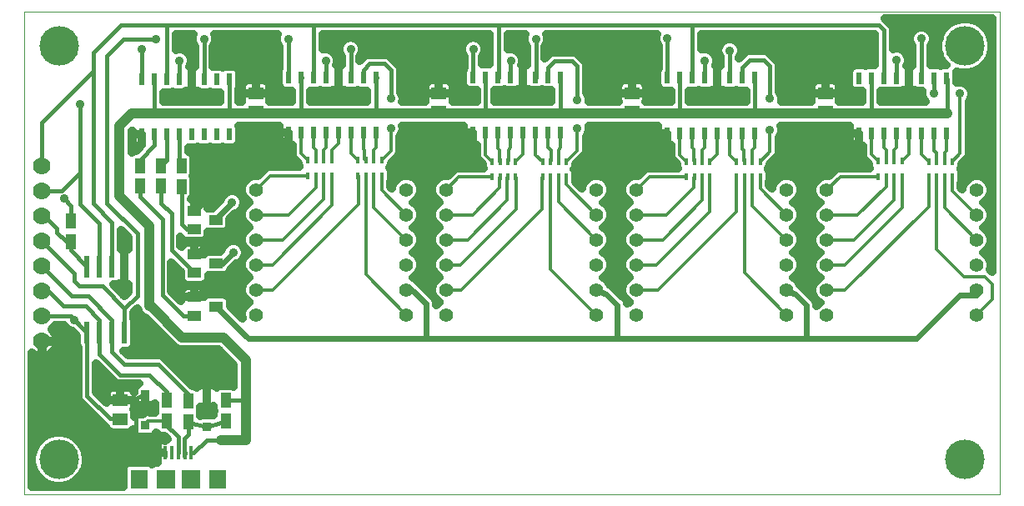
<source format=gbl>
G75*
%MOIN*%
%OFA0B0*%
%FSLAX25Y25*%
%IPPOS*%
%LPD*%
%AMOC8*
5,1,8,0,0,1.08239X$1,22.5*
%
%ADD10C,0.00000*%
%ADD11R,0.03740X0.03543*%
%ADD12R,0.02362X0.04724*%
%ADD13C,0.05600*%
%ADD14R,0.03937X0.05906*%
%ADD15R,0.01772X0.02756*%
%ADD16R,0.02400X0.08700*%
%ADD17C,0.07000*%
%ADD18R,0.05512X0.03937*%
%ADD19R,0.01378X0.05512*%
%ADD20R,0.07087X0.07480*%
%ADD21R,0.07480X0.07480*%
%ADD22R,0.05906X0.05118*%
%ADD23C,0.01600*%
%ADD24C,0.04000*%
%ADD25C,0.04134*%
%ADD26C,0.03562*%
%ADD27C,0.03200*%
%ADD28C,0.01200*%
%ADD29C,0.02400*%
%ADD30C,0.15811*%
D10*
X0001000Y0006275D02*
X0001000Y0199189D01*
X0390764Y0199189D01*
X0390764Y0006275D01*
X0001000Y0006275D01*
D11*
X0049316Y0033618D03*
X0049316Y0046020D03*
X0073943Y0045513D03*
X0073943Y0033112D03*
D12*
X0072907Y0150009D03*
X0067907Y0150009D03*
X0062907Y0150009D03*
X0057907Y0150009D03*
X0052907Y0150009D03*
X0047907Y0150009D03*
X0077907Y0150009D03*
X0082907Y0150009D03*
X0106608Y0150624D03*
X0111608Y0150624D03*
X0116608Y0150624D03*
X0121608Y0150624D03*
X0126608Y0150624D03*
X0131608Y0150624D03*
X0136608Y0150624D03*
X0141608Y0150624D03*
X0180399Y0150824D03*
X0185399Y0150824D03*
X0190399Y0150824D03*
X0195399Y0150824D03*
X0200399Y0150824D03*
X0205399Y0150824D03*
X0210399Y0150824D03*
X0215399Y0150824D03*
X0215399Y0172872D03*
X0210399Y0172872D03*
X0205399Y0172872D03*
X0200399Y0172872D03*
X0195399Y0172872D03*
X0190399Y0172872D03*
X0185399Y0172872D03*
X0180399Y0172872D03*
X0141608Y0172671D03*
X0136608Y0172671D03*
X0131608Y0172671D03*
X0126608Y0172671D03*
X0121608Y0172671D03*
X0116608Y0172671D03*
X0111608Y0172671D03*
X0106608Y0172671D03*
X0082907Y0172057D03*
X0077907Y0172057D03*
X0072907Y0172057D03*
X0067907Y0172057D03*
X0062907Y0172057D03*
X0057907Y0172057D03*
X0052907Y0172057D03*
X0047907Y0172057D03*
X0258045Y0172627D03*
X0263045Y0172627D03*
X0268045Y0172627D03*
X0273045Y0172627D03*
X0278045Y0172627D03*
X0283045Y0172627D03*
X0288045Y0172627D03*
X0293045Y0172627D03*
X0293045Y0150580D03*
X0288045Y0150580D03*
X0283045Y0150580D03*
X0278045Y0150580D03*
X0273045Y0150580D03*
X0268045Y0150580D03*
X0263045Y0150580D03*
X0258045Y0150580D03*
X0334602Y0150409D03*
X0339602Y0150409D03*
X0344602Y0150409D03*
X0349602Y0150409D03*
X0354602Y0150409D03*
X0359602Y0150409D03*
X0364602Y0150409D03*
X0369602Y0150409D03*
X0369602Y0172457D03*
X0364602Y0172457D03*
X0359602Y0172457D03*
X0354602Y0172457D03*
X0349602Y0172457D03*
X0344602Y0172457D03*
X0339602Y0172457D03*
X0334602Y0172457D03*
D13*
X0321669Y0127761D03*
X0305608Y0127947D03*
X0305608Y0117947D03*
X0321669Y0117761D03*
X0321669Y0107761D03*
X0305608Y0107947D03*
X0305608Y0097947D03*
X0321669Y0097761D03*
X0321669Y0087761D03*
X0305608Y0087947D03*
X0305608Y0077947D03*
X0321669Y0077761D03*
X0381669Y0077761D03*
X0381669Y0087761D03*
X0381669Y0097761D03*
X0381669Y0107761D03*
X0381669Y0117761D03*
X0381669Y0127761D03*
X0245608Y0127947D03*
X0229608Y0127947D03*
X0229608Y0117947D03*
X0245608Y0117947D03*
X0245608Y0107947D03*
X0229608Y0107947D03*
X0229608Y0097947D03*
X0245608Y0097947D03*
X0245608Y0087947D03*
X0229608Y0087947D03*
X0229608Y0077947D03*
X0245608Y0077947D03*
X0169608Y0077947D03*
X0153608Y0077947D03*
X0153608Y0087947D03*
X0169608Y0087947D03*
X0169608Y0097947D03*
X0153608Y0097947D03*
X0153608Y0107947D03*
X0169608Y0107947D03*
X0169608Y0117947D03*
X0153608Y0117947D03*
X0153608Y0127947D03*
X0169608Y0127947D03*
X0093608Y0127947D03*
X0093608Y0117947D03*
X0093608Y0107947D03*
X0093608Y0097947D03*
X0093608Y0087947D03*
X0093608Y0077947D03*
D14*
X0081443Y0043656D03*
X0081443Y0035369D03*
X0066583Y0035282D03*
X0057876Y0035369D03*
X0057876Y0043656D03*
X0066583Y0043570D03*
X0019531Y0107163D03*
X0019531Y0115451D03*
X0047272Y0129286D03*
X0055578Y0129286D03*
X0063865Y0129186D03*
X0063865Y0137474D03*
X0055578Y0137574D03*
X0047272Y0137574D03*
D15*
X0114383Y0139698D03*
X0117533Y0139698D03*
X0120683Y0139698D03*
X0123832Y0139698D03*
X0123832Y0133596D03*
X0120683Y0133596D03*
X0117533Y0133596D03*
X0114383Y0133596D03*
X0134383Y0133596D03*
X0137533Y0133596D03*
X0140683Y0133596D03*
X0143832Y0133596D03*
X0143832Y0139698D03*
X0140683Y0139698D03*
X0137533Y0139698D03*
X0134383Y0139698D03*
X0187958Y0139100D03*
X0191108Y0139100D03*
X0194257Y0139100D03*
X0197407Y0139100D03*
X0197407Y0132998D03*
X0194257Y0132998D03*
X0191108Y0132998D03*
X0187958Y0132998D03*
X0208124Y0132998D03*
X0211273Y0132998D03*
X0214423Y0132998D03*
X0217572Y0132998D03*
X0217572Y0139100D03*
X0214423Y0139100D03*
X0211273Y0139100D03*
X0208124Y0139100D03*
X0265612Y0139246D03*
X0268761Y0139246D03*
X0271911Y0139246D03*
X0275061Y0139246D03*
X0285683Y0139277D03*
X0288832Y0139277D03*
X0291982Y0139277D03*
X0295131Y0139277D03*
X0295131Y0133175D03*
X0291982Y0133175D03*
X0288832Y0133175D03*
X0285683Y0133175D03*
X0275061Y0133143D03*
X0271911Y0133143D03*
X0268761Y0133143D03*
X0265612Y0133143D03*
X0342370Y0133188D03*
X0345520Y0133188D03*
X0348669Y0133188D03*
X0351819Y0133188D03*
X0351819Y0139290D03*
X0348669Y0139290D03*
X0345520Y0139290D03*
X0342370Y0139290D03*
X0362496Y0139275D03*
X0365646Y0139275D03*
X0368795Y0139275D03*
X0371945Y0139275D03*
X0371945Y0133173D03*
X0368795Y0133173D03*
X0365646Y0133173D03*
X0362496Y0133173D03*
D16*
X0041065Y0097218D03*
X0036065Y0097218D03*
X0031065Y0097218D03*
X0026065Y0097218D03*
X0026065Y0070718D03*
X0031065Y0070718D03*
X0036065Y0070718D03*
X0041065Y0070718D03*
D17*
X0008031Y0067307D03*
X0008031Y0077307D03*
X0008031Y0087307D03*
X0008031Y0097307D03*
X0008031Y0107307D03*
X0008031Y0117307D03*
X0008031Y0127307D03*
X0008031Y0137307D03*
D18*
X0068842Y0119556D03*
X0077503Y0115816D03*
X0068842Y0112075D03*
X0069042Y0102156D03*
X0077703Y0098416D03*
X0069042Y0094675D03*
X0069042Y0084956D03*
X0077703Y0081216D03*
X0069042Y0077475D03*
D19*
X0067650Y0022709D03*
X0065091Y0022709D03*
X0062531Y0022709D03*
X0059972Y0022709D03*
X0057413Y0022709D03*
D20*
X0046783Y0012275D03*
X0078280Y0012275D03*
D21*
X0067531Y0012275D03*
X0057531Y0012275D03*
D22*
X0039331Y0036267D03*
X0039331Y0043747D03*
X0093457Y0159087D03*
X0093457Y0166567D03*
X0166740Y0166567D03*
X0166740Y0159087D03*
X0243937Y0159087D03*
X0243937Y0166567D03*
X0321134Y0166567D03*
X0321134Y0159087D03*
D23*
X0322031Y0159087D01*
X0322031Y0158307D01*
X0321134Y0166567D02*
X0324791Y0166567D01*
X0328531Y0170307D01*
X0321134Y0166567D02*
X0321031Y0166567D01*
X0338031Y0158307D02*
X0339602Y0159878D01*
X0339602Y0172457D01*
X0344531Y0172527D02*
X0344602Y0172457D01*
X0344531Y0172527D02*
X0344531Y0191807D01*
X0342531Y0193807D01*
X0268031Y0193807D01*
X0268031Y0172641D01*
X0268032Y0172641D02*
X0268033Y0172636D01*
X0268036Y0172632D01*
X0268040Y0172629D01*
X0268045Y0172628D01*
X0263072Y0172627D02*
X0263045Y0172627D01*
X0263045Y0159320D01*
X0262031Y0158307D01*
X0258045Y0150580D02*
X0258045Y0150320D01*
X0253031Y0145307D01*
X0245031Y0158307D02*
X0245031Y0159087D01*
X0243937Y0159087D01*
X0243937Y0166567D02*
X0247291Y0166567D01*
X0251531Y0170807D01*
X0258031Y0172627D02*
X0258045Y0172627D01*
X0258031Y0172627D02*
X0258031Y0188307D01*
X0268031Y0193807D02*
X0190531Y0193807D01*
X0190531Y0173004D01*
X0190529Y0172983D01*
X0190525Y0172963D01*
X0190517Y0172944D01*
X0190506Y0172926D01*
X0190492Y0172911D01*
X0190477Y0172897D01*
X0190459Y0172886D01*
X0190440Y0172878D01*
X0190420Y0172874D01*
X0190399Y0172872D01*
X0185399Y0172872D02*
X0185399Y0158939D01*
X0186031Y0158307D01*
X0180399Y0150824D02*
X0180399Y0150175D01*
X0177031Y0146807D01*
X0166031Y0158307D02*
X0166031Y0159087D01*
X0166740Y0159087D01*
X0166740Y0166567D02*
X0170291Y0166567D01*
X0174531Y0170807D01*
X0180399Y0172872D02*
X0180399Y0184079D01*
X0180472Y0184079D01*
X0195399Y0179547D02*
X0195472Y0179547D01*
X0195399Y0179547D02*
X0195399Y0172872D01*
X0200399Y0172872D02*
X0200399Y0165939D01*
X0200531Y0165807D01*
X0215031Y0158307D02*
X0215272Y0158548D01*
X0215272Y0172872D01*
X0215399Y0172872D01*
X0210399Y0172872D02*
X0210399Y0176675D01*
X0213031Y0179307D01*
X0220031Y0179307D01*
X0222031Y0177307D01*
X0222031Y0163807D01*
X0205472Y0172872D02*
X0205399Y0172872D01*
X0205472Y0172872D02*
X0205472Y0188110D01*
X0190531Y0193807D02*
X0116531Y0193807D01*
X0116531Y0172747D01*
X0116532Y0172747D02*
X0116533Y0172732D01*
X0116538Y0172718D01*
X0116545Y0172705D01*
X0116554Y0172693D01*
X0116566Y0172684D01*
X0116579Y0172677D01*
X0116593Y0172672D01*
X0116608Y0172671D01*
X0111872Y0172671D02*
X0111608Y0172671D01*
X0111608Y0158731D01*
X0112031Y0158307D01*
X0106608Y0150624D02*
X0106608Y0149883D01*
X0103031Y0146307D01*
X0093031Y0158307D02*
X0093031Y0159087D01*
X0093457Y0159087D01*
X0083031Y0158307D02*
X0082907Y0158431D01*
X0082907Y0172057D01*
X0093457Y0166567D02*
X0096791Y0166567D01*
X0100531Y0170307D01*
X0106608Y0172671D02*
X0106608Y0188110D01*
X0106472Y0188110D01*
X0116531Y0193807D02*
X0058031Y0193807D01*
X0058012Y0193805D01*
X0057993Y0193801D01*
X0057975Y0193793D01*
X0057958Y0193783D01*
X0057943Y0193771D01*
X0057931Y0193756D01*
X0057921Y0193739D01*
X0057913Y0193721D01*
X0057909Y0193702D01*
X0057907Y0193683D01*
X0057783Y0193807D01*
X0039531Y0193807D01*
X0028531Y0182807D01*
X0028531Y0175307D01*
X0008031Y0154807D01*
X0008031Y0137307D01*
X0007531Y0137307D01*
X0006531Y0136307D01*
X0015823Y0127307D02*
X0023323Y0134807D01*
X0023323Y0162142D01*
X0023205Y0162260D01*
X0028531Y0175307D02*
X0028531Y0122307D01*
X0036031Y0114807D01*
X0036031Y0097218D01*
X0036065Y0097218D01*
X0041065Y0097218D02*
X0041065Y0106273D01*
X0041031Y0106307D01*
X0046157Y0110331D02*
X0034071Y0122417D01*
X0034071Y0181609D01*
X0040672Y0188210D01*
X0053472Y0188210D01*
X0053572Y0188110D01*
X0047972Y0184079D02*
X0047907Y0184079D01*
X0047907Y0172057D01*
X0052907Y0172057D02*
X0052907Y0158431D01*
X0053031Y0158307D01*
X0068031Y0164807D02*
X0067907Y0165431D01*
X0067907Y0172057D01*
X0072772Y0172191D02*
X0072907Y0172057D01*
X0073013Y0172057D01*
X0072772Y0172191D02*
X0072772Y0188110D01*
X0062972Y0179547D02*
X0062907Y0179547D01*
X0062907Y0172057D01*
X0057907Y0172057D02*
X0057907Y0193683D01*
X0121472Y0179547D02*
X0121472Y0172671D01*
X0121608Y0172671D01*
X0126608Y0172671D02*
X0126608Y0165383D01*
X0126531Y0165307D01*
X0141031Y0158307D02*
X0141608Y0158883D01*
X0141608Y0172671D01*
X0141872Y0172671D01*
X0145031Y0178307D02*
X0147531Y0175807D01*
X0147531Y0164307D01*
X0136608Y0172671D02*
X0136608Y0175883D01*
X0139031Y0178307D01*
X0145031Y0178307D01*
X0131608Y0172671D02*
X0131472Y0172671D01*
X0131472Y0184079D01*
X0062907Y0150009D02*
X0062907Y0138432D01*
X0063865Y0137474D01*
X0057907Y0139903D02*
X0055578Y0137574D01*
X0057907Y0139903D02*
X0057907Y0150009D01*
X0052907Y0150009D02*
X0052907Y0145650D01*
X0047172Y0139916D01*
X0047172Y0137673D01*
X0047272Y0137574D01*
X0045531Y0145307D02*
X0047907Y0147683D01*
X0047907Y0150009D01*
X0023323Y0134807D02*
X0023323Y0122220D01*
X0031065Y0114478D01*
X0031065Y0097218D01*
X0026065Y0097218D02*
X0019531Y0103752D01*
X0019531Y0107163D01*
X0019388Y0107307D01*
X0017531Y0107307D01*
X0014031Y0110807D01*
X0014031Y0112307D01*
X0009031Y0117307D01*
X0008031Y0117307D01*
X0017031Y0124307D02*
X0019531Y0121307D01*
X0019531Y0115451D01*
X0008031Y0107307D02*
X0021031Y0094307D01*
X0021031Y0091307D01*
X0023031Y0089307D01*
X0032194Y0089307D01*
X0041065Y0080435D01*
X0046157Y0085527D01*
X0046157Y0110331D01*
X0056118Y0116118D02*
X0056118Y0085870D01*
X0064472Y0077516D01*
X0069002Y0077516D01*
X0069042Y0077475D01*
X0041065Y0080435D02*
X0041065Y0070718D01*
X0036065Y0070718D02*
X0036065Y0063073D01*
X0041031Y0058107D01*
X0054431Y0058107D01*
X0066431Y0046107D01*
X0066431Y0043722D01*
X0066583Y0043570D01*
X0067376Y0044362D01*
X0073943Y0045513D02*
X0073156Y0055383D01*
X0071031Y0057507D01*
X0057831Y0047107D02*
X0057831Y0043701D01*
X0057876Y0043656D01*
X0057840Y0043692D01*
X0057831Y0047107D02*
X0051031Y0053907D01*
X0039231Y0053907D01*
X0031065Y0062073D01*
X0031065Y0070718D01*
X0031031Y0070752D01*
X0031031Y0075807D01*
X0025531Y0081307D01*
X0016531Y0081307D01*
X0010531Y0087307D01*
X0008031Y0087307D01*
X0008031Y0097307D02*
X0020031Y0085307D01*
X0026531Y0085307D01*
X0036031Y0075807D01*
X0036031Y0070752D01*
X0036065Y0070718D01*
X0026065Y0070718D02*
X0026020Y0070718D01*
X0020831Y0075907D01*
X0019476Y0077307D02*
X0026065Y0070718D01*
X0026065Y0045473D01*
X0035231Y0036307D01*
X0041291Y0036307D01*
X0039331Y0036267D01*
X0049316Y0033618D02*
X0050393Y0035369D01*
X0057031Y0034524D02*
X0062531Y0029024D01*
X0062531Y0022709D01*
X0065091Y0022709D02*
X0065031Y0021299D01*
X0065031Y0028507D01*
X0066583Y0030059D01*
X0066583Y0035282D01*
X0066540Y0035239D01*
X0066583Y0035282D02*
X0067081Y0034785D01*
X0073943Y0033112D01*
X0079678Y0034785D01*
X0081443Y0035369D01*
X0079740Y0027929D02*
X0073835Y0027929D01*
X0068614Y0022709D01*
X0067650Y0022709D01*
X0057413Y0022709D02*
X0057413Y0021325D01*
X0053231Y0025507D01*
X0045431Y0025507D02*
X0045431Y0043747D01*
X0039331Y0043747D01*
X0045431Y0043747D02*
X0045431Y0044346D01*
X0049316Y0046020D01*
X0057876Y0035369D02*
X0057031Y0034524D01*
X0057876Y0035369D02*
X0058040Y0035205D01*
X0081443Y0043656D02*
X0089281Y0043656D01*
X0089531Y0043907D01*
X0032031Y0027707D02*
X0008031Y0051707D01*
X0008031Y0067307D01*
X0008031Y0077307D02*
X0019476Y0077307D01*
X0059819Y0103898D02*
X0069042Y0094675D01*
X0068982Y0094616D01*
X0059819Y0103898D02*
X0059819Y0118323D01*
X0055578Y0122564D01*
X0055578Y0129286D01*
X0063865Y0129186D02*
X0063865Y0114123D01*
X0065872Y0112116D01*
X0068802Y0112116D01*
X0068842Y0112075D01*
X0056118Y0116118D02*
X0047272Y0124964D01*
X0047272Y0129286D01*
X0015823Y0127307D02*
X0008031Y0127307D01*
X0273045Y0172627D02*
X0273045Y0179547D01*
X0272972Y0179547D01*
X0278045Y0172627D02*
X0278045Y0171320D01*
X0278045Y0165320D01*
X0278031Y0165307D01*
X0278031Y0171307D02*
X0278045Y0171320D01*
X0282972Y0172627D02*
X0283045Y0172627D01*
X0282972Y0172627D02*
X0282972Y0183579D01*
X0288045Y0176820D02*
X0291031Y0179807D01*
X0296531Y0179807D01*
X0299031Y0177307D01*
X0299031Y0164307D01*
X0293045Y0158320D02*
X0293031Y0158307D01*
X0293045Y0158320D02*
X0293045Y0172627D01*
X0292872Y0172627D01*
X0288045Y0172627D02*
X0288045Y0176820D01*
X0334602Y0150409D02*
X0334602Y0148878D01*
X0331031Y0145307D01*
X0359602Y0150409D02*
X0359720Y0150409D01*
X0364602Y0150409D02*
X0364720Y0150409D01*
X0369602Y0150409D02*
X0369720Y0150409D01*
X0370031Y0158307D02*
X0370031Y0172027D01*
X0369602Y0172457D01*
X0364602Y0172457D02*
X0364602Y0166307D01*
X0364531Y0166307D01*
X0359602Y0172457D02*
X0359602Y0188307D01*
X0349602Y0179807D02*
X0349531Y0179807D01*
X0349602Y0179807D02*
X0349602Y0172457D01*
X0354602Y0172457D02*
X0355031Y0172027D01*
X0355031Y0165307D01*
D24*
X0370031Y0158307D02*
X0338031Y0158307D01*
X0322031Y0158307D01*
X0293031Y0158307D01*
X0262031Y0158307D01*
X0245031Y0158307D01*
X0215031Y0158307D01*
X0186031Y0158307D01*
X0166031Y0158307D01*
X0141031Y0158307D01*
X0112031Y0158307D01*
X0093031Y0158307D01*
X0083031Y0158307D01*
X0053031Y0158307D01*
X0044031Y0158307D01*
X0039031Y0153307D01*
X0039031Y0140307D01*
X0039031Y0125307D01*
X0051031Y0113307D01*
X0051031Y0095507D01*
X0051031Y0081307D01*
X0051531Y0081307D01*
X0064031Y0068807D01*
X0080531Y0068807D01*
X0089531Y0059807D01*
X0089531Y0043907D01*
X0089531Y0042807D01*
X0089583Y0042756D01*
X0089583Y0027929D01*
X0079740Y0027929D01*
D25*
X0039031Y0140307D03*
D26*
X0045531Y0145307D03*
X0023205Y0162260D03*
X0047972Y0184079D03*
X0053572Y0188110D03*
X0062972Y0179547D03*
X0072772Y0188110D03*
X0100531Y0170307D03*
X0121472Y0179547D03*
X0131472Y0184079D03*
X0106472Y0188110D03*
X0126531Y0165307D03*
X0147531Y0164307D03*
X0147531Y0152307D03*
X0177031Y0146807D03*
X0200531Y0165807D03*
X0222031Y0163807D03*
X0222031Y0152307D03*
X0253031Y0145307D03*
X0278031Y0165307D03*
X0299031Y0164307D03*
X0299031Y0151807D03*
X0331031Y0145307D03*
X0355031Y0165307D03*
X0364531Y0166307D03*
X0375031Y0166307D03*
X0349531Y0179807D03*
X0359602Y0188307D03*
X0328531Y0170307D03*
X0282972Y0183579D03*
X0272972Y0179547D03*
X0258031Y0188307D03*
X0251531Y0170807D03*
X0205472Y0188110D03*
X0195472Y0179547D03*
X0180472Y0184079D03*
X0174531Y0170807D03*
X0103031Y0146307D03*
X0068031Y0164807D03*
X0074531Y0124807D03*
X0084031Y0122807D03*
X0075031Y0106307D03*
X0084531Y0102807D03*
X0074531Y0089807D03*
X0051031Y0095507D03*
X0041031Y0106307D03*
X0017031Y0124307D03*
X0020831Y0075907D03*
X0071031Y0057507D03*
X0041282Y0027113D03*
X0032031Y0027707D03*
X0015631Y0040707D03*
D27*
X0023013Y0043434D02*
X0022465Y0044757D01*
X0022465Y0064845D01*
X0022065Y0065811D01*
X0022065Y0069582D01*
X0020321Y0071326D01*
X0019920Y0071326D01*
X0018237Y0072023D01*
X0016948Y0073312D01*
X0016784Y0073707D01*
X0013341Y0073707D01*
X0011767Y0072133D01*
X0012005Y0071960D01*
X0012684Y0071281D01*
X0013249Y0070504D01*
X0013685Y0069649D01*
X0013981Y0068735D01*
X0014131Y0067787D01*
X0014131Y0067457D01*
X0008182Y0067457D01*
X0008182Y0067157D01*
X0014131Y0067157D01*
X0014131Y0066827D01*
X0013981Y0065879D01*
X0013685Y0064965D01*
X0013249Y0064110D01*
X0012684Y0063333D01*
X0012005Y0062654D01*
X0011229Y0062090D01*
X0010373Y0061654D01*
X0009460Y0061357D01*
X0008512Y0061207D01*
X0008181Y0061207D01*
X0008181Y0067157D01*
X0007881Y0067157D01*
X0007881Y0061207D01*
X0007551Y0061207D01*
X0006603Y0061357D01*
X0005690Y0061654D01*
X0004834Y0062090D01*
X0004058Y0062654D01*
X0003800Y0062912D01*
X0003800Y0009075D01*
X0040440Y0009075D01*
X0040440Y0016573D01*
X0040866Y0017602D01*
X0041654Y0018389D01*
X0042683Y0018816D01*
X0050884Y0018816D01*
X0051913Y0018389D01*
X0052059Y0018243D01*
X0052205Y0018389D01*
X0053234Y0018816D01*
X0054381Y0018816D01*
X0054224Y0019194D01*
X0054124Y0019697D01*
X0054124Y0022708D01*
X0056483Y0022708D01*
X0056483Y0022709D01*
X0054124Y0022709D01*
X0054124Y0025721D01*
X0054224Y0026223D01*
X0054420Y0026696D01*
X0054705Y0027122D01*
X0055067Y0027484D01*
X0055493Y0027769D01*
X0055966Y0027965D01*
X0056468Y0028064D01*
X0057413Y0028064D01*
X0057413Y0027554D01*
X0057413Y0027554D01*
X0057413Y0028064D01*
X0058244Y0028064D01*
X0058354Y0028110D01*
X0056848Y0029616D01*
X0055351Y0029616D01*
X0054322Y0030042D01*
X0053719Y0030645D01*
X0053560Y0030260D01*
X0052772Y0029473D01*
X0051743Y0029046D01*
X0046889Y0029046D01*
X0045860Y0029473D01*
X0045072Y0030260D01*
X0044646Y0031289D01*
X0044646Y0032109D01*
X0043870Y0031334D01*
X0042841Y0030908D01*
X0035822Y0030908D01*
X0034793Y0031334D01*
X0034005Y0032122D01*
X0033607Y0033083D01*
X0033192Y0033255D01*
X0024026Y0042421D01*
X0023013Y0043434D01*
X0022507Y0044658D02*
X0003800Y0044658D01*
X0003800Y0047856D02*
X0022465Y0047856D01*
X0022465Y0051055D02*
X0003800Y0051055D01*
X0003800Y0054253D02*
X0022465Y0054253D01*
X0022465Y0057452D02*
X0003800Y0057452D01*
X0003800Y0060650D02*
X0022465Y0060650D01*
X0022465Y0063849D02*
X0013059Y0063849D01*
X0008181Y0063849D02*
X0007881Y0063849D01*
X0007881Y0067047D02*
X0008181Y0067047D01*
X0014131Y0067047D02*
X0022065Y0067047D01*
X0021402Y0070246D02*
X0013380Y0070246D01*
X0013078Y0073444D02*
X0016893Y0073444D01*
X0036524Y0090068D02*
X0041065Y0085526D01*
X0042557Y0087019D01*
X0042557Y0090275D01*
X0042521Y0090268D01*
X0041065Y0090268D01*
X0041065Y0097218D01*
X0041065Y0104168D01*
X0039631Y0104168D01*
X0039631Y0111765D01*
X0042557Y0108839D01*
X0042557Y0104161D01*
X0042521Y0104168D01*
X0041065Y0104168D01*
X0041065Y0097218D01*
X0041065Y0097218D01*
X0041065Y0097218D01*
X0041065Y0090268D01*
X0039609Y0090268D01*
X0039107Y0090368D01*
X0038827Y0090484D01*
X0037822Y0090068D01*
X0036524Y0090068D01*
X0037155Y0089437D02*
X0042557Y0089437D01*
X0041777Y0086238D02*
X0040354Y0086238D01*
X0041065Y0092635D02*
X0041065Y0092635D01*
X0041065Y0095834D02*
X0041065Y0095834D01*
X0041065Y0099032D02*
X0041065Y0099032D01*
X0041065Y0102231D02*
X0041065Y0102231D01*
X0039631Y0105429D02*
X0042557Y0105429D01*
X0042557Y0108628D02*
X0039631Y0108628D01*
X0059718Y0098908D02*
X0063486Y0095140D01*
X0063486Y0092150D01*
X0063912Y0091121D01*
X0064700Y0090333D01*
X0065729Y0089907D01*
X0072355Y0089907D01*
X0073384Y0090333D01*
X0074171Y0091121D01*
X0074598Y0092150D01*
X0074598Y0093647D01*
X0081016Y0093647D01*
X0082045Y0094073D01*
X0082833Y0094861D01*
X0083250Y0095869D01*
X0085724Y0098342D01*
X0087126Y0098923D01*
X0088415Y0100212D01*
X0089113Y0101896D01*
X0089113Y0103718D01*
X0088415Y0105402D01*
X0087126Y0106691D01*
X0085443Y0107388D01*
X0083620Y0107388D01*
X0081937Y0106691D01*
X0080648Y0105402D01*
X0080067Y0103999D01*
X0079252Y0103184D01*
X0074398Y0103184D01*
X0074398Y0104380D01*
X0074298Y0104883D01*
X0074102Y0105356D01*
X0073817Y0105782D01*
X0073455Y0106144D01*
X0073029Y0106428D01*
X0072556Y0106624D01*
X0072054Y0106724D01*
X0069042Y0106724D01*
X0069042Y0102156D01*
X0072759Y0102156D01*
X0072759Y0102156D01*
X0069042Y0102156D01*
X0069042Y0102156D01*
X0069042Y0102156D01*
X0070880Y0102156D01*
X0075031Y0106307D01*
X0074053Y0105429D02*
X0080675Y0105429D01*
X0073971Y0108521D02*
X0074398Y0109550D01*
X0074398Y0111047D01*
X0080816Y0111047D01*
X0081845Y0111473D01*
X0082633Y0112261D01*
X0083059Y0113290D01*
X0083059Y0116178D01*
X0085224Y0118342D01*
X0086626Y0118923D01*
X0087915Y0120212D01*
X0088613Y0121896D01*
X0088613Y0123718D01*
X0087915Y0125402D01*
X0086626Y0126691D01*
X0084943Y0127388D01*
X0083120Y0127388D01*
X0081437Y0126691D01*
X0080148Y0125402D01*
X0079567Y0123999D01*
X0076152Y0120584D01*
X0074198Y0120584D01*
X0074198Y0121780D01*
X0074098Y0122283D01*
X0073902Y0122756D01*
X0073617Y0123182D01*
X0073255Y0123544D01*
X0072829Y0123828D01*
X0072356Y0124024D01*
X0071854Y0124124D01*
X0068842Y0124124D01*
X0068842Y0119556D01*
X0068842Y0119556D01*
X0068842Y0119617D01*
X0074531Y0124807D01*
X0079824Y0124620D02*
X0068181Y0124620D01*
X0068208Y0124647D02*
X0068634Y0125676D01*
X0068634Y0132696D01*
X0068371Y0133330D01*
X0068634Y0133964D01*
X0068634Y0140983D01*
X0068208Y0142012D01*
X0067420Y0142800D01*
X0066507Y0143178D01*
X0066507Y0144847D01*
X0069645Y0144847D01*
X0070407Y0145163D01*
X0071169Y0144847D01*
X0074645Y0144847D01*
X0075407Y0145163D01*
X0076169Y0144847D01*
X0079645Y0144847D01*
X0080407Y0145163D01*
X0081169Y0144847D01*
X0084645Y0144847D01*
X0085674Y0145273D01*
X0086462Y0146061D01*
X0086888Y0147090D01*
X0086888Y0152928D01*
X0086649Y0153507D01*
X0102880Y0153507D01*
X0102827Y0153242D01*
X0102827Y0150624D01*
X0106608Y0150624D01*
X0106608Y0150623D01*
X0106608Y0145661D01*
X0108045Y0145661D01*
X0108208Y0145694D01*
X0108208Y0141798D01*
X0108725Y0140548D01*
X0110698Y0138576D01*
X0110698Y0137763D01*
X0111016Y0136996D01*
X0098580Y0136996D01*
X0097331Y0136478D01*
X0096374Y0135522D01*
X0094400Y0133547D01*
X0092494Y0133547D01*
X0090436Y0132695D01*
X0088860Y0131119D01*
X0088008Y0129061D01*
X0088008Y0126833D01*
X0088860Y0124775D01*
X0090436Y0123200D01*
X0091045Y0122947D01*
X0090436Y0122695D01*
X0088860Y0121119D01*
X0088008Y0119061D01*
X0088008Y0116833D01*
X0088860Y0114775D01*
X0090436Y0113200D01*
X0091045Y0112947D01*
X0090436Y0112695D01*
X0088860Y0111119D01*
X0088008Y0109061D01*
X0088008Y0106833D01*
X0088860Y0104775D01*
X0090436Y0103200D01*
X0091045Y0102947D01*
X0090436Y0102695D01*
X0088860Y0101119D01*
X0088008Y0099061D01*
X0088008Y0096833D01*
X0088860Y0094775D01*
X0090436Y0093200D01*
X0091045Y0092947D01*
X0090436Y0092695D01*
X0088860Y0091119D01*
X0088008Y0089061D01*
X0088008Y0086833D01*
X0088860Y0084775D01*
X0090436Y0083200D01*
X0091045Y0082947D01*
X0090436Y0082695D01*
X0088860Y0081119D01*
X0088008Y0079061D01*
X0088008Y0076833D01*
X0088196Y0076380D01*
X0083259Y0081317D01*
X0083259Y0083741D01*
X0082833Y0084770D01*
X0082045Y0085558D01*
X0081016Y0085984D01*
X0074398Y0085984D01*
X0074398Y0087180D01*
X0074298Y0087683D01*
X0074102Y0088156D01*
X0073817Y0088582D01*
X0073455Y0088944D01*
X0073029Y0089228D01*
X0072556Y0089424D01*
X0072054Y0089524D01*
X0069042Y0089524D01*
X0069042Y0084956D01*
X0072759Y0084956D01*
X0072759Y0084956D01*
X0069042Y0084956D01*
X0069042Y0084956D01*
X0069042Y0084956D01*
X0071180Y0084956D01*
X0074531Y0089807D01*
X0072494Y0089437D02*
X0088164Y0089437D01*
X0088254Y0086238D02*
X0074398Y0086238D01*
X0069042Y0086238D02*
X0069042Y0086238D01*
X0069042Y0084956D02*
X0069042Y0089524D01*
X0066030Y0089524D01*
X0065527Y0089424D01*
X0065054Y0089228D01*
X0064628Y0088944D01*
X0064266Y0088582D01*
X0063982Y0088156D01*
X0063786Y0087683D01*
X0063686Y0087180D01*
X0063686Y0084956D01*
X0069042Y0084956D01*
X0069042Y0084956D01*
X0063686Y0084956D01*
X0063686Y0083393D01*
X0059718Y0087361D01*
X0059718Y0098908D01*
X0059718Y0095834D02*
X0062792Y0095834D01*
X0063486Y0092635D02*
X0059718Y0092635D01*
X0059718Y0089437D02*
X0065590Y0089437D01*
X0069042Y0089437D02*
X0069042Y0089437D01*
X0063686Y0086238D02*
X0060841Y0086238D01*
X0074598Y0092635D02*
X0090376Y0092635D01*
X0088422Y0095834D02*
X0083236Y0095834D01*
X0087235Y0099032D02*
X0088008Y0099032D01*
X0089113Y0102231D02*
X0089972Y0102231D01*
X0088589Y0105429D02*
X0088388Y0105429D01*
X0088008Y0108628D02*
X0074016Y0108628D01*
X0073971Y0108521D02*
X0073184Y0107733D01*
X0072155Y0107307D01*
X0065529Y0107307D01*
X0064500Y0107733D01*
X0063712Y0108521D01*
X0063419Y0109229D01*
X0063419Y0105389D01*
X0063827Y0104982D01*
X0063982Y0105356D01*
X0064266Y0105782D01*
X0064628Y0106144D01*
X0065054Y0106428D01*
X0065527Y0106624D01*
X0066030Y0106724D01*
X0069042Y0106724D01*
X0069042Y0102156D01*
X0069042Y0102231D02*
X0069042Y0102231D01*
X0069042Y0105429D02*
X0069042Y0105429D01*
X0064031Y0105429D02*
X0063419Y0105429D01*
X0063419Y0108628D02*
X0063668Y0108628D01*
X0082198Y0111826D02*
X0089568Y0111826D01*
X0088757Y0115025D02*
X0083059Y0115025D01*
X0085105Y0118223D02*
X0088008Y0118223D01*
X0088416Y0121422D02*
X0089163Y0121422D01*
X0089015Y0124620D02*
X0088239Y0124620D01*
X0088008Y0127819D02*
X0068634Y0127819D01*
X0068208Y0124647D02*
X0067685Y0124124D01*
X0068842Y0124124D01*
X0068842Y0119556D01*
X0068842Y0121422D02*
X0068842Y0121422D01*
X0074198Y0121422D02*
X0076990Y0121422D01*
X0068634Y0131017D02*
X0088818Y0131017D01*
X0095068Y0134216D02*
X0068634Y0134216D01*
X0068634Y0137414D02*
X0110842Y0137414D01*
X0108699Y0140613D02*
X0068634Y0140613D01*
X0066507Y0143811D02*
X0108208Y0143811D01*
X0106608Y0145661D02*
X0105171Y0145661D01*
X0104668Y0145761D01*
X0104195Y0145957D01*
X0103769Y0146242D01*
X0103407Y0146604D01*
X0103123Y0147030D01*
X0102927Y0147503D01*
X0102827Y0148005D01*
X0102827Y0150623D01*
X0106608Y0150623D01*
X0106608Y0150623D01*
X0106608Y0145661D01*
X0106608Y0147010D02*
X0106608Y0147010D01*
X0103136Y0147010D02*
X0086855Y0147010D01*
X0086888Y0150208D02*
X0102827Y0150208D01*
X0102860Y0153407D02*
X0086690Y0153407D01*
X0086507Y0163107D02*
X0086507Y0168217D01*
X0086888Y0169137D01*
X0086888Y0174976D01*
X0086462Y0176005D01*
X0085674Y0176793D01*
X0084645Y0177219D01*
X0081169Y0177219D01*
X0080407Y0176903D01*
X0079645Y0177219D01*
X0076372Y0177219D01*
X0076372Y0185231D01*
X0076656Y0185515D01*
X0077354Y0187199D01*
X0077354Y0189021D01*
X0076862Y0190207D01*
X0102382Y0190207D01*
X0101891Y0189021D01*
X0101891Y0187199D01*
X0102589Y0185515D01*
X0103008Y0185096D01*
X0103008Y0176510D01*
X0102627Y0175590D01*
X0102627Y0169752D01*
X0103053Y0168722D01*
X0103841Y0167935D01*
X0104870Y0167509D01*
X0108008Y0167509D01*
X0108008Y0163107D01*
X0098851Y0163107D01*
X0098910Y0163249D01*
X0099009Y0163752D01*
X0099009Y0166567D01*
X0099009Y0169382D01*
X0098910Y0169884D01*
X0098714Y0170357D01*
X0098429Y0170783D01*
X0098067Y0171145D01*
X0097641Y0171430D01*
X0097168Y0171626D01*
X0096666Y0171726D01*
X0093457Y0171726D01*
X0093457Y0166567D01*
X0099009Y0166567D01*
X0093457Y0166567D01*
X0093457Y0166567D01*
X0093457Y0166567D01*
X0093457Y0171726D01*
X0090248Y0171726D01*
X0089746Y0171626D01*
X0089272Y0171430D01*
X0088847Y0171145D01*
X0088484Y0170783D01*
X0088200Y0170357D01*
X0088004Y0169884D01*
X0087904Y0169382D01*
X0087904Y0166567D01*
X0093457Y0166567D01*
X0093457Y0166567D01*
X0087904Y0166567D01*
X0087904Y0163752D01*
X0088004Y0163249D01*
X0088063Y0163107D01*
X0086507Y0163107D01*
X0086507Y0166201D02*
X0087904Y0166201D01*
X0087907Y0169400D02*
X0086888Y0169400D01*
X0093457Y0169400D02*
X0093457Y0169400D01*
X0099006Y0169400D02*
X0102773Y0169400D01*
X0099009Y0166201D02*
X0108008Y0166201D01*
X0115208Y0166201D02*
X0138008Y0166201D01*
X0138008Y0167509D02*
X0138008Y0163107D01*
X0115208Y0163107D01*
X0115208Y0167509D01*
X0118346Y0167509D01*
X0119108Y0167824D01*
X0119870Y0167509D01*
X0123346Y0167509D01*
X0124369Y0167932D01*
X0124668Y0167808D01*
X0125171Y0167709D01*
X0126608Y0167709D01*
X0128045Y0167709D01*
X0128547Y0167808D01*
X0128847Y0167932D01*
X0129870Y0167509D01*
X0133346Y0167509D01*
X0134108Y0167824D01*
X0134870Y0167509D01*
X0138008Y0167509D01*
X0126608Y0167709D02*
X0126608Y0172671D01*
X0126608Y0172671D01*
X0126608Y0177633D01*
X0127872Y0177633D01*
X0127872Y0181200D01*
X0127589Y0181484D01*
X0126891Y0183167D01*
X0126891Y0184990D01*
X0127589Y0186674D01*
X0128877Y0187962D01*
X0130561Y0188660D01*
X0132384Y0188660D01*
X0134067Y0187962D01*
X0135356Y0186674D01*
X0136054Y0184990D01*
X0136054Y0183167D01*
X0135356Y0181484D01*
X0135072Y0181200D01*
X0135072Y0179439D01*
X0135980Y0180346D01*
X0136992Y0181359D01*
X0138315Y0181907D01*
X0145748Y0181907D01*
X0147071Y0181359D01*
X0149571Y0178859D01*
X0150583Y0177846D01*
X0151131Y0176523D01*
X0151131Y0167186D01*
X0151415Y0166902D01*
X0152113Y0165218D01*
X0152113Y0163396D01*
X0151993Y0163107D01*
X0161346Y0163107D01*
X0161287Y0163249D01*
X0161187Y0163752D01*
X0161187Y0166567D01*
X0166740Y0166567D01*
X0166740Y0171726D01*
X0163531Y0171726D01*
X0163029Y0171626D01*
X0162556Y0171430D01*
X0162130Y0171145D01*
X0161768Y0170783D01*
X0161483Y0170357D01*
X0161287Y0169884D01*
X0161187Y0169382D01*
X0161187Y0166567D01*
X0166740Y0166567D01*
X0166740Y0166567D01*
X0166740Y0166567D01*
X0166740Y0171726D01*
X0169949Y0171726D01*
X0170451Y0171626D01*
X0170924Y0171430D01*
X0171350Y0171145D01*
X0171712Y0170783D01*
X0171997Y0170357D01*
X0172193Y0169884D01*
X0172293Y0169382D01*
X0172293Y0166567D01*
X0166740Y0166567D01*
X0166740Y0166567D01*
X0172293Y0166567D01*
X0172293Y0163752D01*
X0172193Y0163249D01*
X0172134Y0163107D01*
X0181799Y0163107D01*
X0181799Y0167709D01*
X0178661Y0167709D01*
X0177632Y0168136D01*
X0176844Y0168923D01*
X0176418Y0169952D01*
X0176418Y0175791D01*
X0176799Y0176711D01*
X0176799Y0181273D01*
X0176589Y0181484D01*
X0175891Y0183167D01*
X0175891Y0184990D01*
X0176589Y0186674D01*
X0177877Y0187962D01*
X0179561Y0188660D01*
X0181384Y0188660D01*
X0183067Y0187962D01*
X0184356Y0186674D01*
X0185054Y0184990D01*
X0185054Y0183167D01*
X0184356Y0181484D01*
X0183999Y0181127D01*
X0183999Y0178034D01*
X0186931Y0178034D01*
X0186931Y0190207D01*
X0120131Y0190207D01*
X0120131Y0183950D01*
X0120561Y0184128D01*
X0122384Y0184128D01*
X0124067Y0183431D01*
X0125356Y0182142D01*
X0126054Y0180458D01*
X0126054Y0178636D01*
X0125638Y0177633D01*
X0126608Y0177633D01*
X0126608Y0172671D01*
X0126608Y0172671D01*
X0126608Y0167709D01*
X0126608Y0169400D02*
X0126608Y0169400D01*
X0126608Y0172598D02*
X0126608Y0172598D01*
X0126608Y0175797D02*
X0126608Y0175797D01*
X0126054Y0178995D02*
X0127872Y0178995D01*
X0127295Y0182194D02*
X0125305Y0182194D01*
X0127058Y0185392D02*
X0120131Y0185392D01*
X0120131Y0188591D02*
X0130394Y0188591D01*
X0132550Y0188591D02*
X0179394Y0188591D01*
X0181550Y0188591D02*
X0186931Y0188591D01*
X0186931Y0185392D02*
X0184887Y0185392D01*
X0184650Y0182194D02*
X0186931Y0182194D01*
X0186931Y0178995D02*
X0183999Y0178995D01*
X0176799Y0178995D02*
X0149435Y0178995D01*
X0151131Y0175797D02*
X0176421Y0175797D01*
X0176418Y0172598D02*
X0151131Y0172598D01*
X0151131Y0169400D02*
X0161191Y0169400D01*
X0161187Y0166201D02*
X0151705Y0166201D01*
X0166740Y0169400D02*
X0166740Y0169400D01*
X0172289Y0169400D02*
X0176647Y0169400D01*
X0172293Y0166201D02*
X0181799Y0166201D01*
X0188999Y0166201D02*
X0211672Y0166201D01*
X0211672Y0167709D02*
X0211672Y0163107D01*
X0188999Y0163107D01*
X0188999Y0167709D01*
X0192137Y0167709D01*
X0192899Y0168025D01*
X0193661Y0167709D01*
X0197137Y0167709D01*
X0198161Y0168133D01*
X0198460Y0168009D01*
X0198962Y0167909D01*
X0200399Y0167909D01*
X0200399Y0172871D01*
X0200399Y0172871D01*
X0200399Y0167909D01*
X0201836Y0167909D01*
X0202339Y0168009D01*
X0202638Y0168133D01*
X0203661Y0167709D01*
X0207137Y0167709D01*
X0207899Y0168025D01*
X0208661Y0167709D01*
X0211672Y0167709D01*
X0200399Y0169400D02*
X0200399Y0169400D01*
X0200399Y0172598D02*
X0200399Y0172598D01*
X0200399Y0172872D02*
X0200399Y0177834D01*
X0199721Y0177834D01*
X0200054Y0178636D01*
X0200054Y0180458D01*
X0199356Y0182142D01*
X0198067Y0183431D01*
X0196384Y0184128D01*
X0194561Y0184128D01*
X0194131Y0183950D01*
X0194131Y0190207D01*
X0201382Y0190207D01*
X0200891Y0189021D01*
X0200891Y0187199D01*
X0201589Y0185515D01*
X0201872Y0185231D01*
X0201872Y0177827D01*
X0201836Y0177834D01*
X0200399Y0177834D01*
X0200399Y0172872D01*
X0200399Y0172872D01*
X0200399Y0175797D02*
X0200399Y0175797D01*
X0200054Y0178995D02*
X0201872Y0178995D01*
X0201872Y0182194D02*
X0199305Y0182194D01*
X0201712Y0185392D02*
X0194131Y0185392D01*
X0194131Y0188591D02*
X0200891Y0188591D01*
X0209562Y0190207D02*
X0210054Y0189021D01*
X0210054Y0187199D01*
X0209356Y0185515D01*
X0209072Y0185231D01*
X0209072Y0180439D01*
X0209980Y0181346D01*
X0210992Y0182359D01*
X0212315Y0182907D01*
X0220748Y0182907D01*
X0222071Y0182359D01*
X0224071Y0180359D01*
X0225083Y0179346D01*
X0225631Y0178023D01*
X0225631Y0166686D01*
X0225915Y0166402D01*
X0226613Y0164718D01*
X0226613Y0163107D01*
X0238543Y0163107D01*
X0238484Y0163249D01*
X0238384Y0163752D01*
X0238384Y0166567D01*
X0243937Y0166567D01*
X0243937Y0171726D01*
X0240728Y0171726D01*
X0240226Y0171626D01*
X0239753Y0171430D01*
X0239327Y0171145D01*
X0238965Y0170783D01*
X0238680Y0170357D01*
X0238484Y0169884D01*
X0238384Y0169382D01*
X0238384Y0166567D01*
X0243937Y0166567D01*
X0243937Y0166567D01*
X0243937Y0171726D01*
X0247146Y0171726D01*
X0247648Y0171626D01*
X0248121Y0171430D01*
X0248547Y0171145D01*
X0248909Y0170783D01*
X0249194Y0170357D01*
X0249390Y0169884D01*
X0249490Y0169382D01*
X0249490Y0166567D01*
X0243937Y0166567D01*
X0243937Y0166567D01*
X0243937Y0166567D01*
X0249490Y0166567D01*
X0249490Y0163752D01*
X0249390Y0163249D01*
X0249331Y0163107D01*
X0259445Y0163107D01*
X0259445Y0167465D01*
X0256307Y0167465D01*
X0255278Y0167892D01*
X0254490Y0168679D01*
X0254064Y0169708D01*
X0254064Y0175547D01*
X0254431Y0176434D01*
X0254431Y0185428D01*
X0254148Y0185712D01*
X0253450Y0187396D01*
X0253450Y0189218D01*
X0253860Y0190207D01*
X0209562Y0190207D01*
X0210054Y0188591D02*
X0253450Y0188591D01*
X0254431Y0185392D02*
X0209233Y0185392D01*
X0209072Y0182194D02*
X0210827Y0182194D01*
X0222236Y0182194D02*
X0254431Y0182194D01*
X0254431Y0178995D02*
X0225229Y0178995D01*
X0225631Y0175797D02*
X0254167Y0175797D01*
X0254064Y0172598D02*
X0225631Y0172598D01*
X0225631Y0169400D02*
X0238388Y0169400D01*
X0238384Y0166201D02*
X0225998Y0166201D01*
X0243937Y0169400D02*
X0243937Y0169400D01*
X0249486Y0169400D02*
X0254192Y0169400D01*
X0249490Y0166201D02*
X0259445Y0166201D01*
X0266645Y0166201D02*
X0289445Y0166201D01*
X0289445Y0167465D02*
X0289445Y0163107D01*
X0266645Y0163107D01*
X0266645Y0167465D01*
X0269783Y0167465D01*
X0270545Y0167781D01*
X0271307Y0167465D01*
X0274783Y0167465D01*
X0275806Y0167889D01*
X0276105Y0167765D01*
X0276608Y0167665D01*
X0278045Y0167665D01*
X0279482Y0167665D01*
X0279984Y0167765D01*
X0280284Y0167889D01*
X0281307Y0167465D01*
X0284783Y0167465D01*
X0285545Y0167781D01*
X0286307Y0167465D01*
X0289445Y0167465D01*
X0278045Y0167665D02*
X0278045Y0172627D01*
X0278045Y0172627D01*
X0278045Y0167665D01*
X0278045Y0169400D02*
X0278045Y0169400D01*
X0278045Y0172598D02*
X0278045Y0172598D01*
X0278045Y0172628D02*
X0278045Y0177590D01*
X0278045Y0172628D01*
X0278045Y0172628D01*
X0278045Y0175797D02*
X0278045Y0175797D01*
X0278045Y0177590D02*
X0277120Y0177590D01*
X0277554Y0178636D01*
X0277554Y0180458D01*
X0276856Y0182142D01*
X0275567Y0183431D01*
X0273884Y0184128D01*
X0272061Y0184128D01*
X0271631Y0183950D01*
X0271631Y0190207D01*
X0340931Y0190207D01*
X0340931Y0177619D01*
X0337864Y0177619D01*
X0337102Y0177303D01*
X0336340Y0177619D01*
X0332864Y0177619D01*
X0331835Y0177193D01*
X0331048Y0176405D01*
X0330621Y0175376D01*
X0330621Y0169537D01*
X0331048Y0168508D01*
X0331835Y0167721D01*
X0332864Y0167294D01*
X0336002Y0167294D01*
X0336002Y0163107D01*
X0326528Y0163107D01*
X0326587Y0163249D01*
X0326687Y0163752D01*
X0326687Y0166567D01*
X0326687Y0169382D01*
X0326587Y0169884D01*
X0326391Y0170357D01*
X0326106Y0170783D01*
X0325744Y0171145D01*
X0325318Y0171430D01*
X0324845Y0171626D01*
X0324343Y0171726D01*
X0321134Y0171726D01*
X0321134Y0166567D01*
X0321134Y0166567D01*
X0326687Y0166567D01*
X0321134Y0166567D01*
X0321134Y0166567D01*
X0321134Y0171726D01*
X0317925Y0171726D01*
X0317423Y0171626D01*
X0316950Y0171430D01*
X0316524Y0171145D01*
X0316162Y0170783D01*
X0315877Y0170357D01*
X0315681Y0169884D01*
X0315581Y0169382D01*
X0315581Y0166567D01*
X0321134Y0166567D01*
X0321134Y0166567D01*
X0315581Y0166567D01*
X0315581Y0163752D01*
X0315681Y0163249D01*
X0315740Y0163107D01*
X0303493Y0163107D01*
X0303613Y0163396D01*
X0303613Y0165218D01*
X0302915Y0166902D01*
X0302631Y0167186D01*
X0302631Y0178023D01*
X0302083Y0179346D01*
X0301071Y0180359D01*
X0298571Y0182859D01*
X0297248Y0183407D01*
X0290315Y0183407D01*
X0288992Y0182859D01*
X0287980Y0181846D01*
X0286572Y0180439D01*
X0286572Y0180700D01*
X0286856Y0180984D01*
X0287554Y0182667D01*
X0287554Y0184490D01*
X0286856Y0186174D01*
X0285567Y0187462D01*
X0283884Y0188160D01*
X0282061Y0188160D01*
X0280377Y0187462D01*
X0279089Y0186174D01*
X0278391Y0184490D01*
X0278391Y0182667D01*
X0279089Y0180984D01*
X0279372Y0180700D01*
X0279372Y0177590D01*
X0278045Y0177590D01*
X0277554Y0178995D02*
X0279372Y0178995D01*
X0278588Y0182194D02*
X0276805Y0182194D01*
X0278765Y0185392D02*
X0271631Y0185392D01*
X0271631Y0188591D02*
X0340931Y0188591D01*
X0348131Y0188591D02*
X0355021Y0188591D01*
X0355021Y0189218D02*
X0355021Y0187396D01*
X0355719Y0185712D01*
X0356002Y0185428D01*
X0356002Y0177419D01*
X0354602Y0177419D01*
X0353501Y0177419D01*
X0354113Y0178896D01*
X0354113Y0180718D01*
X0353415Y0182402D01*
X0352126Y0183691D01*
X0350443Y0184388D01*
X0348620Y0184388D01*
X0348131Y0184186D01*
X0348131Y0192523D01*
X0347583Y0193846D01*
X0346571Y0194859D01*
X0345041Y0196389D01*
X0387964Y0196389D01*
X0387964Y0095120D01*
X0387026Y0096058D01*
X0387269Y0096647D01*
X0387269Y0098874D01*
X0386417Y0100933D01*
X0384841Y0102508D01*
X0384232Y0102761D01*
X0384841Y0103013D01*
X0386417Y0104588D01*
X0387269Y0106647D01*
X0387269Y0108874D01*
X0386417Y0110933D01*
X0384841Y0112508D01*
X0384232Y0112761D01*
X0384841Y0113013D01*
X0386417Y0114588D01*
X0387269Y0116647D01*
X0387269Y0118874D01*
X0386417Y0120933D01*
X0384841Y0122508D01*
X0384232Y0122761D01*
X0384841Y0123013D01*
X0386417Y0124588D01*
X0387269Y0126647D01*
X0387269Y0128874D01*
X0386417Y0130933D01*
X0384841Y0132508D01*
X0382783Y0133361D01*
X0380555Y0133361D01*
X0378497Y0132508D01*
X0376922Y0130933D01*
X0376069Y0128874D01*
X0376069Y0128169D01*
X0375345Y0128893D01*
X0375345Y0130548D01*
X0375631Y0131238D01*
X0375631Y0135108D01*
X0375204Y0136137D01*
X0375117Y0136224D01*
X0375204Y0136311D01*
X0375631Y0137341D01*
X0375631Y0138153D01*
X0377914Y0140436D01*
X0378431Y0141686D01*
X0378431Y0163228D01*
X0378915Y0163712D01*
X0379613Y0165396D01*
X0379613Y0167218D01*
X0378915Y0168902D01*
X0377626Y0170191D01*
X0375943Y0170888D01*
X0374120Y0170888D01*
X0373631Y0170686D01*
X0373631Y0172744D01*
X0373583Y0172859D01*
X0373583Y0175237D01*
X0375575Y0174704D01*
X0378394Y0174704D01*
X0381116Y0175433D01*
X0383558Y0176843D01*
X0385551Y0178836D01*
X0386960Y0181277D01*
X0387690Y0184000D01*
X0387690Y0186819D01*
X0386960Y0189542D01*
X0385551Y0191983D01*
X0383558Y0193976D01*
X0381116Y0195385D01*
X0378394Y0196115D01*
X0375575Y0196115D01*
X0372852Y0195385D01*
X0370411Y0193976D01*
X0368418Y0191983D01*
X0367008Y0189542D01*
X0366279Y0186819D01*
X0366279Y0184000D01*
X0367008Y0181277D01*
X0368418Y0178836D01*
X0369635Y0177619D01*
X0367864Y0177619D01*
X0367102Y0177303D01*
X0366340Y0177619D01*
X0363202Y0177619D01*
X0363202Y0185428D01*
X0363486Y0185712D01*
X0364183Y0187396D01*
X0364183Y0189218D01*
X0363486Y0190902D01*
X0362197Y0192191D01*
X0360514Y0192888D01*
X0358691Y0192888D01*
X0357007Y0192191D01*
X0355719Y0190902D01*
X0355021Y0189218D01*
X0356606Y0191789D02*
X0348131Y0191789D01*
X0346442Y0194988D02*
X0372163Y0194988D01*
X0368306Y0191789D02*
X0362599Y0191789D01*
X0364183Y0188591D02*
X0366754Y0188591D01*
X0366279Y0185392D02*
X0363202Y0185392D01*
X0363202Y0182194D02*
X0366763Y0182194D01*
X0368326Y0178995D02*
X0363202Y0178995D01*
X0356002Y0178995D02*
X0354113Y0178995D01*
X0354602Y0177419D02*
X0354602Y0172457D01*
X0354602Y0172457D01*
X0354602Y0177419D01*
X0354602Y0175797D02*
X0354602Y0175797D01*
X0354602Y0172598D02*
X0354602Y0172598D01*
X0354602Y0172456D02*
X0354602Y0167494D01*
X0354602Y0172456D01*
X0354602Y0172456D01*
X0354602Y0169400D02*
X0354602Y0169400D01*
X0354602Y0167494D02*
X0356040Y0167494D01*
X0356542Y0167594D01*
X0356841Y0167718D01*
X0357864Y0167294D01*
X0359982Y0167294D01*
X0359950Y0167218D01*
X0359950Y0165396D01*
X0360648Y0163712D01*
X0361253Y0163107D01*
X0343202Y0163107D01*
X0343202Y0167294D01*
X0346340Y0167294D01*
X0347102Y0167610D01*
X0347864Y0167294D01*
X0351340Y0167294D01*
X0352364Y0167718D01*
X0352663Y0167594D01*
X0353165Y0167494D01*
X0354602Y0167494D01*
X0359950Y0166201D02*
X0343202Y0166201D01*
X0336002Y0166201D02*
X0326687Y0166201D01*
X0326683Y0169400D02*
X0330678Y0169400D01*
X0330621Y0172598D02*
X0302631Y0172598D01*
X0302631Y0175797D02*
X0330796Y0175797D01*
X0340931Y0178995D02*
X0302229Y0178995D01*
X0299236Y0182194D02*
X0340931Y0182194D01*
X0340931Y0185392D02*
X0287180Y0185392D01*
X0287357Y0182194D02*
X0288327Y0182194D01*
X0302631Y0169400D02*
X0315585Y0169400D01*
X0315581Y0166201D02*
X0303205Y0166201D01*
X0321134Y0169400D02*
X0321134Y0169400D01*
X0330917Y0153507D02*
X0303286Y0153507D01*
X0303613Y0152718D01*
X0303613Y0150896D01*
X0302915Y0149212D01*
X0302431Y0148728D01*
X0302431Y0142501D01*
X0301914Y0141251D01*
X0298817Y0138155D01*
X0298817Y0137342D01*
X0298391Y0136313D01*
X0298304Y0136226D01*
X0298391Y0136139D01*
X0298817Y0135110D01*
X0298817Y0131240D01*
X0298531Y0130550D01*
X0298531Y0129832D01*
X0300008Y0128355D01*
X0300008Y0129061D01*
X0300860Y0131119D01*
X0302436Y0132695D01*
X0304494Y0133547D01*
X0306722Y0133547D01*
X0308780Y0132695D01*
X0310355Y0131119D01*
X0311208Y0129061D01*
X0311208Y0126833D01*
X0310355Y0124775D01*
X0308780Y0123200D01*
X0308170Y0122947D01*
X0308780Y0122695D01*
X0310355Y0121119D01*
X0311208Y0119061D01*
X0311208Y0116833D01*
X0310355Y0114775D01*
X0308780Y0113200D01*
X0308170Y0112947D01*
X0308780Y0112695D01*
X0310355Y0111119D01*
X0311208Y0109061D01*
X0311208Y0106833D01*
X0310355Y0104775D01*
X0308780Y0103200D01*
X0308170Y0102947D01*
X0308780Y0102695D01*
X0310355Y0101119D01*
X0311208Y0099061D01*
X0311208Y0096833D01*
X0310355Y0094775D01*
X0308780Y0093200D01*
X0308170Y0092947D01*
X0308780Y0092695D01*
X0310355Y0091119D01*
X0310918Y0089762D01*
X0311457Y0089538D01*
X0311563Y0089432D01*
X0311698Y0089364D01*
X0312123Y0088873D01*
X0315797Y0085198D01*
X0316923Y0084073D01*
X0317531Y0082603D01*
X0317531Y0081542D01*
X0318497Y0082508D01*
X0319107Y0082761D01*
X0318497Y0083013D01*
X0316922Y0084588D01*
X0316069Y0086647D01*
X0316069Y0088874D01*
X0316922Y0090933D01*
X0318497Y0092508D01*
X0319107Y0092761D01*
X0318497Y0093013D01*
X0316922Y0094588D01*
X0316069Y0096647D01*
X0316069Y0098874D01*
X0316922Y0100933D01*
X0318497Y0102508D01*
X0319107Y0102761D01*
X0318497Y0103013D01*
X0316922Y0104588D01*
X0316069Y0106647D01*
X0316069Y0108874D01*
X0316922Y0110933D01*
X0318497Y0112508D01*
X0319107Y0112761D01*
X0318497Y0113013D01*
X0316922Y0114588D01*
X0316069Y0116647D01*
X0316069Y0118874D01*
X0316922Y0120933D01*
X0318497Y0122508D01*
X0319107Y0122761D01*
X0318497Y0123013D01*
X0316922Y0124588D01*
X0316069Y0126647D01*
X0316069Y0128874D01*
X0316922Y0130933D01*
X0318497Y0132508D01*
X0320555Y0133361D01*
X0322461Y0133361D01*
X0325171Y0136070D01*
X0326421Y0136588D01*
X0339002Y0136588D01*
X0338684Y0137356D01*
X0338684Y0138168D01*
X0336720Y0140132D01*
X0336202Y0141382D01*
X0336202Y0145480D01*
X0336040Y0145447D01*
X0334602Y0145447D01*
X0334602Y0150409D01*
X0330821Y0150409D01*
X0330821Y0147791D01*
X0330921Y0147289D01*
X0331117Y0146816D01*
X0331402Y0146390D01*
X0331764Y0146028D01*
X0332190Y0145743D01*
X0332663Y0145547D01*
X0333165Y0145447D01*
X0334602Y0145447D01*
X0334602Y0150409D01*
X0334602Y0150409D01*
X0334602Y0150409D01*
X0330821Y0150409D01*
X0330821Y0153028D01*
X0330917Y0153507D01*
X0330897Y0153407D02*
X0303327Y0153407D01*
X0303328Y0150208D02*
X0330821Y0150208D01*
X0334602Y0150208D02*
X0334602Y0150208D01*
X0334602Y0147010D02*
X0334602Y0147010D01*
X0331037Y0147010D02*
X0302431Y0147010D01*
X0302431Y0143811D02*
X0336202Y0143811D01*
X0336521Y0140613D02*
X0301276Y0140613D01*
X0298817Y0137414D02*
X0338684Y0137414D01*
X0323316Y0134216D02*
X0298817Y0134216D01*
X0298725Y0131017D02*
X0300818Y0131017D01*
X0310398Y0131017D02*
X0317007Y0131017D01*
X0316069Y0127819D02*
X0311208Y0127819D01*
X0310201Y0124620D02*
X0316909Y0124620D01*
X0317411Y0121422D02*
X0310053Y0121422D01*
X0311208Y0118223D02*
X0316069Y0118223D01*
X0316741Y0115025D02*
X0310459Y0115025D01*
X0309648Y0111826D02*
X0317816Y0111826D01*
X0316069Y0108628D02*
X0311208Y0108628D01*
X0310626Y0105429D02*
X0316573Y0105429D01*
X0318220Y0102231D02*
X0309244Y0102231D01*
X0311208Y0099032D02*
X0316135Y0099032D01*
X0316406Y0095834D02*
X0310794Y0095834D01*
X0308839Y0092635D02*
X0318805Y0092635D01*
X0316302Y0089437D02*
X0311559Y0089437D01*
X0314757Y0086238D02*
X0316238Y0086238D01*
X0317350Y0083040D02*
X0318470Y0083040D01*
X0385119Y0102231D02*
X0387964Y0102231D01*
X0387964Y0105429D02*
X0386765Y0105429D01*
X0387269Y0108628D02*
X0387964Y0108628D01*
X0387964Y0111826D02*
X0385523Y0111826D01*
X0386598Y0115025D02*
X0387964Y0115025D01*
X0387964Y0118223D02*
X0387269Y0118223D01*
X0387964Y0121422D02*
X0385927Y0121422D01*
X0386430Y0124620D02*
X0387964Y0124620D01*
X0387964Y0127819D02*
X0387269Y0127819D01*
X0387964Y0131017D02*
X0386332Y0131017D01*
X0387964Y0134216D02*
X0375631Y0134216D01*
X0375631Y0137414D02*
X0387964Y0137414D01*
X0387964Y0140613D02*
X0377987Y0140613D01*
X0378431Y0143811D02*
X0387964Y0143811D01*
X0387964Y0147010D02*
X0378431Y0147010D01*
X0378431Y0150208D02*
X0387964Y0150208D01*
X0387964Y0153407D02*
X0378431Y0153407D01*
X0378431Y0156606D02*
X0387964Y0156606D01*
X0387964Y0159804D02*
X0378431Y0159804D01*
X0378431Y0163003D02*
X0387964Y0163003D01*
X0387964Y0166201D02*
X0379613Y0166201D01*
X0378418Y0169400D02*
X0387964Y0169400D01*
X0387964Y0172598D02*
X0373631Y0172598D01*
X0381745Y0175797D02*
X0387964Y0175797D01*
X0387964Y0178995D02*
X0385643Y0178995D01*
X0387206Y0182194D02*
X0387964Y0182194D01*
X0387964Y0185392D02*
X0387690Y0185392D01*
X0387964Y0188591D02*
X0387215Y0188591D01*
X0387964Y0191789D02*
X0385663Y0191789D01*
X0387964Y0194988D02*
X0381805Y0194988D01*
X0356002Y0185392D02*
X0348131Y0185392D01*
X0353501Y0182194D02*
X0356002Y0182194D01*
X0259645Y0145650D02*
X0259645Y0141136D01*
X0260162Y0139887D01*
X0261926Y0138123D01*
X0261926Y0137311D01*
X0262244Y0136543D01*
X0250128Y0136543D01*
X0248878Y0136026D01*
X0246400Y0133547D01*
X0244494Y0133547D01*
X0242436Y0132695D01*
X0240860Y0131119D01*
X0240008Y0129061D01*
X0240008Y0126833D01*
X0240860Y0124775D01*
X0242436Y0123200D01*
X0243045Y0122947D01*
X0242436Y0122695D01*
X0240860Y0121119D01*
X0240008Y0119061D01*
X0240008Y0116833D01*
X0240860Y0114775D01*
X0242436Y0113200D01*
X0243045Y0112947D01*
X0242436Y0112695D01*
X0240860Y0111119D01*
X0240008Y0109061D01*
X0240008Y0106833D01*
X0240860Y0104775D01*
X0242436Y0103200D01*
X0243045Y0102947D01*
X0242436Y0102695D01*
X0240860Y0101119D01*
X0240008Y0099061D01*
X0240008Y0096833D01*
X0240860Y0094775D01*
X0242436Y0093200D01*
X0243045Y0092947D01*
X0242436Y0092695D01*
X0240860Y0091119D01*
X0240008Y0089061D01*
X0240008Y0086833D01*
X0240860Y0084775D01*
X0242436Y0083200D01*
X0243045Y0082947D01*
X0242436Y0082695D01*
X0242031Y0082290D01*
X0242031Y0082603D01*
X0241423Y0084073D01*
X0240297Y0085198D01*
X0236551Y0088944D01*
X0236033Y0089486D01*
X0235990Y0089505D01*
X0235957Y0089538D01*
X0235263Y0089826D01*
X0234808Y0090026D01*
X0234355Y0091119D01*
X0232780Y0092695D01*
X0232170Y0092947D01*
X0232780Y0093200D01*
X0234355Y0094775D01*
X0235208Y0096833D01*
X0235208Y0099061D01*
X0234355Y0101119D01*
X0232780Y0102695D01*
X0232170Y0102947D01*
X0232780Y0103200D01*
X0234355Y0104775D01*
X0235208Y0106833D01*
X0235208Y0109061D01*
X0234355Y0111119D01*
X0232780Y0112695D01*
X0232170Y0112947D01*
X0232780Y0113200D01*
X0234355Y0114775D01*
X0235208Y0116833D01*
X0235208Y0119061D01*
X0234355Y0121119D01*
X0232780Y0122695D01*
X0232170Y0122947D01*
X0232780Y0123200D01*
X0234355Y0124775D01*
X0235208Y0126833D01*
X0235208Y0129061D01*
X0234355Y0131119D01*
X0232780Y0132695D01*
X0230722Y0133547D01*
X0228494Y0133547D01*
X0226436Y0132695D01*
X0224860Y0131119D01*
X0224008Y0129061D01*
X0224008Y0128355D01*
X0221258Y0131105D01*
X0221258Y0134932D01*
X0220832Y0135962D01*
X0220745Y0136049D01*
X0220832Y0136136D01*
X0221258Y0137165D01*
X0221258Y0137977D01*
X0224914Y0141633D01*
X0225431Y0142883D01*
X0225431Y0149228D01*
X0225915Y0149712D01*
X0226613Y0151396D01*
X0226613Y0153218D01*
X0226493Y0153507D01*
X0254325Y0153507D01*
X0254264Y0153198D01*
X0254264Y0150580D01*
X0254264Y0147962D01*
X0254364Y0147460D01*
X0254560Y0146986D01*
X0254844Y0146561D01*
X0255206Y0146198D01*
X0255632Y0145914D01*
X0256105Y0145718D01*
X0256608Y0145618D01*
X0258045Y0145618D01*
X0259482Y0145618D01*
X0259645Y0145650D01*
X0258045Y0145618D02*
X0258045Y0150580D01*
X0258045Y0150580D01*
X0258045Y0145618D01*
X0258045Y0147010D02*
X0258045Y0147010D01*
X0254550Y0147010D02*
X0225431Y0147010D01*
X0225431Y0143811D02*
X0259645Y0143811D01*
X0259862Y0140613D02*
X0223894Y0140613D01*
X0221258Y0137414D02*
X0261926Y0137414D01*
X0247068Y0134216D02*
X0221258Y0134216D01*
X0221346Y0131017D02*
X0224818Y0131017D01*
X0234398Y0131017D02*
X0240818Y0131017D01*
X0240008Y0127819D02*
X0235208Y0127819D01*
X0234201Y0124620D02*
X0241015Y0124620D01*
X0241163Y0121422D02*
X0234053Y0121422D01*
X0235208Y0118223D02*
X0240008Y0118223D01*
X0240757Y0115025D02*
X0234459Y0115025D01*
X0233648Y0111826D02*
X0241568Y0111826D01*
X0240008Y0108628D02*
X0235208Y0108628D01*
X0234626Y0105429D02*
X0240589Y0105429D01*
X0241972Y0102231D02*
X0233244Y0102231D01*
X0235208Y0099032D02*
X0240008Y0099032D01*
X0240422Y0095834D02*
X0234794Y0095834D01*
X0232839Y0092635D02*
X0242376Y0092635D01*
X0240164Y0089437D02*
X0236080Y0089437D01*
X0239257Y0086238D02*
X0240254Y0086238D01*
X0241850Y0083040D02*
X0242822Y0083040D01*
X0167045Y0082947D02*
X0166436Y0082695D01*
X0165531Y0081790D01*
X0165531Y0083103D01*
X0164923Y0084573D01*
X0163797Y0085698D01*
X0158157Y0091338D01*
X0158122Y0091353D01*
X0156780Y0092695D01*
X0156170Y0092947D01*
X0156780Y0093200D01*
X0158355Y0094775D01*
X0159208Y0096833D01*
X0159208Y0099061D01*
X0158355Y0101119D01*
X0156780Y0102695D01*
X0156170Y0102947D01*
X0156780Y0103200D01*
X0158355Y0104775D01*
X0159208Y0106833D01*
X0159208Y0109061D01*
X0158355Y0111119D01*
X0156780Y0112695D01*
X0156170Y0112947D01*
X0156780Y0113200D01*
X0158355Y0114775D01*
X0159208Y0116833D01*
X0159208Y0119061D01*
X0158355Y0121119D01*
X0156780Y0122695D01*
X0156170Y0122947D01*
X0156780Y0123200D01*
X0158355Y0124775D01*
X0159208Y0126833D01*
X0159208Y0129061D01*
X0158355Y0131119D01*
X0156780Y0132695D01*
X0154722Y0133547D01*
X0152494Y0133547D01*
X0150436Y0132695D01*
X0148860Y0131119D01*
X0148008Y0129061D01*
X0148008Y0128355D01*
X0147232Y0129131D01*
X0147232Y0130971D01*
X0147518Y0131661D01*
X0147518Y0135531D01*
X0147092Y0136560D01*
X0147005Y0136647D01*
X0147092Y0136734D01*
X0147518Y0137763D01*
X0147518Y0138576D01*
X0150414Y0141472D01*
X0150931Y0142721D01*
X0150931Y0149228D01*
X0151415Y0149712D01*
X0152113Y0151396D01*
X0152113Y0153218D01*
X0151993Y0153507D01*
X0176631Y0153507D01*
X0176618Y0153443D01*
X0176618Y0150824D01*
X0176618Y0148206D01*
X0176718Y0147704D01*
X0176914Y0147231D01*
X0177199Y0146805D01*
X0177561Y0146443D01*
X0177987Y0146158D01*
X0178460Y0145962D01*
X0178962Y0145862D01*
X0180399Y0145862D01*
X0180399Y0150824D01*
X0180399Y0150824D01*
X0176618Y0150824D01*
X0180399Y0150824D01*
X0180399Y0150824D01*
X0180399Y0145862D01*
X0181836Y0145862D01*
X0181999Y0145894D01*
X0181999Y0140983D01*
X0182517Y0139733D01*
X0184272Y0137977D01*
X0184272Y0137165D01*
X0184590Y0136398D01*
X0173982Y0136398D01*
X0172732Y0135880D01*
X0170400Y0133547D01*
X0168494Y0133547D01*
X0166436Y0132695D01*
X0164860Y0131119D01*
X0164008Y0129061D01*
X0164008Y0126833D01*
X0164860Y0124775D01*
X0166436Y0123200D01*
X0167045Y0122947D01*
X0166436Y0122695D01*
X0164860Y0121119D01*
X0164008Y0119061D01*
X0164008Y0116833D01*
X0164860Y0114775D01*
X0166436Y0113200D01*
X0167045Y0112947D01*
X0166436Y0112695D01*
X0164860Y0111119D01*
X0164008Y0109061D01*
X0164008Y0106833D01*
X0164860Y0104775D01*
X0166436Y0103200D01*
X0167045Y0102947D01*
X0166436Y0102695D01*
X0164860Y0101119D01*
X0164008Y0099061D01*
X0164008Y0096833D01*
X0164860Y0094775D01*
X0166436Y0093200D01*
X0167045Y0092947D01*
X0166436Y0092695D01*
X0164860Y0091119D01*
X0164008Y0089061D01*
X0164008Y0086833D01*
X0164860Y0084775D01*
X0166436Y0083200D01*
X0167045Y0082947D01*
X0166822Y0083040D02*
X0165531Y0083040D01*
X0164254Y0086238D02*
X0163257Y0086238D01*
X0164164Y0089437D02*
X0160059Y0089437D01*
X0156839Y0092635D02*
X0166376Y0092635D01*
X0164422Y0095834D02*
X0158794Y0095834D01*
X0159208Y0099032D02*
X0164008Y0099032D01*
X0165972Y0102231D02*
X0157244Y0102231D01*
X0158626Y0105429D02*
X0164589Y0105429D01*
X0164008Y0108628D02*
X0159208Y0108628D01*
X0157648Y0111826D02*
X0165568Y0111826D01*
X0164757Y0115025D02*
X0158459Y0115025D01*
X0159208Y0118223D02*
X0164008Y0118223D01*
X0165163Y0121422D02*
X0158053Y0121422D01*
X0158201Y0124620D02*
X0165015Y0124620D01*
X0164008Y0127819D02*
X0159208Y0127819D01*
X0158398Y0131017D02*
X0164818Y0131017D01*
X0171068Y0134216D02*
X0147518Y0134216D01*
X0147374Y0137414D02*
X0184272Y0137414D01*
X0182152Y0140613D02*
X0149555Y0140613D01*
X0150931Y0143811D02*
X0181999Y0143811D01*
X0180399Y0147010D02*
X0180399Y0147010D01*
X0177061Y0147010D02*
X0150931Y0147010D01*
X0151621Y0150208D02*
X0176618Y0150208D01*
X0176618Y0153407D02*
X0152034Y0153407D01*
X0180399Y0150208D02*
X0180399Y0150208D01*
X0148818Y0131017D02*
X0147252Y0131017D01*
X0106608Y0150208D02*
X0106608Y0150208D01*
X0079307Y0163107D02*
X0056507Y0163107D01*
X0056507Y0166894D01*
X0059645Y0166894D01*
X0060407Y0167210D01*
X0061169Y0166894D01*
X0064645Y0166894D01*
X0065668Y0167318D01*
X0065968Y0167194D01*
X0066470Y0167094D01*
X0067907Y0167094D01*
X0067907Y0172056D01*
X0067907Y0172056D01*
X0067907Y0167094D01*
X0069344Y0167094D01*
X0069847Y0167194D01*
X0070146Y0167318D01*
X0071169Y0166894D01*
X0074645Y0166894D01*
X0075407Y0167210D01*
X0076169Y0166894D01*
X0079307Y0166894D01*
X0079307Y0163107D01*
X0079307Y0166201D02*
X0056507Y0166201D01*
X0067907Y0169400D02*
X0067907Y0169400D01*
X0067907Y0172057D02*
X0067907Y0177019D01*
X0066884Y0177019D01*
X0067554Y0178636D01*
X0067554Y0180458D01*
X0066856Y0182142D01*
X0065567Y0183431D01*
X0063884Y0184128D01*
X0062061Y0184128D01*
X0061507Y0183899D01*
X0061507Y0190207D01*
X0068682Y0190207D01*
X0068191Y0189021D01*
X0068191Y0187199D01*
X0068889Y0185515D01*
X0069172Y0185231D01*
X0069172Y0177019D01*
X0067907Y0177019D01*
X0067907Y0172057D01*
X0067907Y0172057D01*
X0067907Y0172598D02*
X0067907Y0172598D01*
X0067907Y0175797D02*
X0067907Y0175797D01*
X0067554Y0178995D02*
X0069172Y0178995D01*
X0069172Y0182194D02*
X0066805Y0182194D01*
X0069012Y0185392D02*
X0061507Y0185392D01*
X0061507Y0188591D02*
X0068191Y0188591D01*
X0076533Y0185392D02*
X0102712Y0185392D01*
X0103008Y0182194D02*
X0076372Y0182194D01*
X0076372Y0178995D02*
X0103008Y0178995D01*
X0102712Y0175797D02*
X0086548Y0175797D01*
X0086888Y0172598D02*
X0102627Y0172598D01*
X0101891Y0188591D02*
X0077354Y0188591D01*
X0135887Y0185392D02*
X0176058Y0185392D01*
X0176295Y0182194D02*
X0135650Y0182194D01*
X0047907Y0150009D02*
X0047907Y0145741D01*
X0047907Y0150009D01*
X0047907Y0150009D01*
X0044126Y0150009D01*
X0044126Y0147391D01*
X0044226Y0146889D01*
X0044422Y0146416D01*
X0044706Y0145990D01*
X0045069Y0145628D01*
X0045494Y0145343D01*
X0045968Y0145147D01*
X0046470Y0145047D01*
X0047213Y0145047D01*
X0045492Y0143326D01*
X0044746Y0143326D01*
X0043831Y0142947D01*
X0043831Y0151319D01*
X0044126Y0151613D01*
X0044126Y0150009D01*
X0047907Y0150009D01*
X0047907Y0150009D01*
X0047907Y0147010D02*
X0047907Y0147010D01*
X0047907Y0145741D02*
X0047907Y0145741D01*
X0045977Y0143811D02*
X0043831Y0143811D01*
X0043831Y0147010D02*
X0044202Y0147010D01*
X0044126Y0150208D02*
X0043831Y0150208D01*
X0083259Y0083040D02*
X0090822Y0083040D01*
X0088331Y0079841D02*
X0084734Y0079841D01*
X0087933Y0076643D02*
X0088087Y0076643D01*
X0078543Y0064007D02*
X0063077Y0064007D01*
X0061313Y0064738D01*
X0059962Y0066088D01*
X0059962Y0066088D01*
X0049166Y0076884D01*
X0048313Y0077238D01*
X0046962Y0078588D01*
X0046231Y0080352D01*
X0046231Y0080510D01*
X0044665Y0078944D01*
X0044665Y0076591D01*
X0045065Y0075625D01*
X0045065Y0065811D01*
X0044639Y0064782D01*
X0043851Y0063994D01*
X0042822Y0063568D01*
X0040662Y0063568D01*
X0042523Y0061707D01*
X0055148Y0061707D01*
X0056471Y0061159D01*
X0068307Y0049322D01*
X0069109Y0049322D01*
X0070048Y0048933D01*
X0070054Y0048942D01*
X0070416Y0049304D01*
X0070842Y0049589D01*
X0071315Y0049785D01*
X0071817Y0049885D01*
X0073943Y0049885D01*
X0073943Y0045513D01*
X0073943Y0045513D01*
X0073943Y0041142D01*
X0071817Y0041142D01*
X0071352Y0041234D01*
X0071352Y0040060D01*
X0071089Y0039426D01*
X0071352Y0038792D01*
X0071352Y0037615D01*
X0071516Y0037683D01*
X0076370Y0037683D01*
X0076531Y0037617D01*
X0076674Y0037659D01*
X0076674Y0038878D01*
X0076937Y0039512D01*
X0076674Y0040146D01*
X0076674Y0041284D01*
X0076572Y0041242D01*
X0076069Y0041142D01*
X0073943Y0041142D01*
X0073943Y0045513D01*
X0073943Y0045513D01*
X0073943Y0049885D01*
X0076069Y0049885D01*
X0076572Y0049785D01*
X0077045Y0049589D01*
X0077471Y0049304D01*
X0077833Y0048942D01*
X0077839Y0048934D01*
X0077888Y0048983D01*
X0078917Y0049409D01*
X0083968Y0049409D01*
X0084731Y0049093D01*
X0084731Y0057819D01*
X0078543Y0064007D01*
X0078702Y0063849D02*
X0043500Y0063849D01*
X0045065Y0067047D02*
X0059003Y0067047D01*
X0055805Y0070246D02*
X0045065Y0070246D01*
X0045065Y0073444D02*
X0052606Y0073444D01*
X0049408Y0076643D02*
X0044665Y0076643D01*
X0045562Y0079841D02*
X0046443Y0079841D01*
X0056979Y0060650D02*
X0081900Y0060650D01*
X0084731Y0057452D02*
X0060178Y0057452D01*
X0063376Y0054253D02*
X0084731Y0054253D01*
X0084731Y0051055D02*
X0066575Y0051055D01*
X0073943Y0047856D02*
X0073943Y0047856D01*
X0073943Y0044658D02*
X0073943Y0044658D01*
X0073943Y0041459D02*
X0073943Y0041459D01*
X0071352Y0038261D02*
X0076674Y0038261D01*
X0057799Y0028665D02*
X0021277Y0028665D01*
X0021353Y0028622D02*
X0018912Y0030031D01*
X0016189Y0030761D01*
X0013370Y0030761D01*
X0010647Y0030031D01*
X0008206Y0028622D01*
X0006213Y0026628D01*
X0004804Y0024187D01*
X0004074Y0021464D01*
X0004074Y0018646D01*
X0004804Y0015923D01*
X0006213Y0013482D01*
X0008206Y0011488D01*
X0010647Y0010079D01*
X0013370Y0009349D01*
X0016189Y0009349D01*
X0018912Y0010079D01*
X0021353Y0011488D01*
X0023346Y0013482D01*
X0024755Y0015923D01*
X0025485Y0018646D01*
X0025485Y0021464D01*
X0024755Y0024187D01*
X0023346Y0026628D01*
X0021353Y0028622D01*
X0024017Y0025467D02*
X0054124Y0025467D01*
X0053231Y0025507D02*
X0045431Y0025507D01*
X0034231Y0025507D01*
X0032031Y0027707D01*
X0034263Y0031864D02*
X0003800Y0031864D01*
X0003800Y0028665D02*
X0008282Y0028665D01*
X0005542Y0025467D02*
X0003800Y0025467D01*
X0003800Y0022268D02*
X0004289Y0022268D01*
X0004074Y0019070D02*
X0003800Y0019070D01*
X0003800Y0015871D02*
X0004833Y0015871D01*
X0003800Y0012673D02*
X0007022Y0012673D01*
X0003800Y0009474D02*
X0012905Y0009474D01*
X0016654Y0009474D02*
X0040440Y0009474D01*
X0040440Y0012673D02*
X0022537Y0012673D01*
X0024726Y0015871D02*
X0040440Y0015871D01*
X0054276Y0019070D02*
X0025485Y0019070D01*
X0025270Y0022268D02*
X0054124Y0022268D01*
X0044646Y0031864D02*
X0044400Y0031864D01*
X0045084Y0036988D02*
X0045084Y0039383D01*
X0044717Y0040268D01*
X0044784Y0040430D01*
X0044884Y0040932D01*
X0044884Y0043747D01*
X0039332Y0043747D01*
X0039332Y0043747D01*
X0044884Y0043747D01*
X0044884Y0043798D01*
X0044946Y0043490D01*
X0045142Y0043016D01*
X0045426Y0042591D01*
X0045788Y0042228D01*
X0046214Y0041944D01*
X0046687Y0041748D01*
X0047190Y0041648D01*
X0049316Y0041648D01*
X0051442Y0041648D01*
X0051944Y0041748D01*
X0052417Y0041944D01*
X0052843Y0042228D01*
X0053108Y0042493D01*
X0053108Y0040146D01*
X0053370Y0039512D01*
X0053108Y0038878D01*
X0053108Y0038769D01*
X0051737Y0038769D01*
X0051670Y0038810D01*
X0050256Y0039037D01*
X0048863Y0038705D01*
X0048151Y0038190D01*
X0046889Y0038190D01*
X0045860Y0037763D01*
X0045084Y0036988D01*
X0045084Y0038261D02*
X0048249Y0038261D01*
X0049316Y0041648D02*
X0049316Y0046019D01*
X0049316Y0041648D01*
X0053108Y0041459D02*
X0044884Y0041459D01*
X0039332Y0043747D02*
X0039331Y0043747D01*
X0033779Y0043747D01*
X0033779Y0042851D01*
X0029665Y0046964D01*
X0029665Y0058382D01*
X0036180Y0051868D01*
X0037192Y0050855D01*
X0038515Y0050307D01*
X0046766Y0050307D01*
X0046687Y0050291D01*
X0046214Y0050095D01*
X0045788Y0049811D01*
X0045426Y0049449D01*
X0045142Y0049023D01*
X0044946Y0048550D01*
X0044846Y0048047D01*
X0044846Y0046756D01*
X0044784Y0047065D01*
X0044588Y0047538D01*
X0044304Y0047964D01*
X0043942Y0048326D01*
X0043516Y0048610D01*
X0043043Y0048806D01*
X0042540Y0048906D01*
X0039332Y0048906D01*
X0039332Y0043747D01*
X0039331Y0043747D02*
X0039331Y0048906D01*
X0036123Y0048906D01*
X0035620Y0048806D01*
X0035147Y0048610D01*
X0034721Y0048326D01*
X0034359Y0047964D01*
X0034075Y0047538D01*
X0033879Y0047065D01*
X0033779Y0046562D01*
X0033779Y0043747D01*
X0039331Y0043747D01*
X0039331Y0043747D01*
X0039331Y0044658D02*
X0039332Y0044658D01*
X0039331Y0047856D02*
X0039332Y0047856D01*
X0044376Y0047856D02*
X0044846Y0047856D01*
X0049316Y0046019D02*
X0049316Y0046019D01*
X0049316Y0044658D02*
X0049316Y0044658D01*
X0036993Y0051055D02*
X0029665Y0051055D01*
X0029665Y0054253D02*
X0033794Y0054253D01*
X0030596Y0057452D02*
X0029665Y0057452D01*
X0029665Y0047856D02*
X0034287Y0047856D01*
X0033779Y0044658D02*
X0031972Y0044658D01*
X0024988Y0041459D02*
X0003800Y0041459D01*
X0003800Y0038261D02*
X0028187Y0038261D01*
X0031385Y0035062D02*
X0003800Y0035062D01*
X0226121Y0150208D02*
X0254264Y0150208D01*
X0254264Y0150580D02*
X0258045Y0150580D01*
X0258045Y0150580D01*
X0254264Y0150580D01*
X0254305Y0153407D02*
X0226534Y0153407D01*
X0258045Y0150208D02*
X0258045Y0150208D01*
X0375539Y0131017D02*
X0377007Y0131017D01*
X0387204Y0099032D02*
X0387964Y0099032D01*
X0387964Y0095834D02*
X0387250Y0095834D01*
D28*
X0385000Y0093275D02*
X0388000Y0090275D01*
X0388000Y0084091D01*
X0381669Y0077761D01*
X0385000Y0093275D02*
X0376500Y0093275D01*
X0365646Y0104130D01*
X0365646Y0133173D01*
X0362500Y0133169D02*
X0362496Y0133173D01*
X0362500Y0133169D02*
X0362500Y0121275D01*
X0328985Y0087761D01*
X0321669Y0087761D01*
X0321669Y0097761D02*
X0328985Y0097761D01*
X0352000Y0120775D01*
X0352000Y0133007D01*
X0351819Y0133188D01*
X0348669Y0133188D02*
X0348500Y0133019D01*
X0348500Y0123775D01*
X0332485Y0107761D01*
X0321669Y0107761D01*
X0305608Y0107947D02*
X0291982Y0121573D01*
X0291982Y0133175D01*
X0295131Y0133175D02*
X0295131Y0128424D01*
X0305608Y0117947D01*
X0321669Y0117761D02*
X0333985Y0117761D01*
X0345500Y0129275D01*
X0345500Y0133168D01*
X0345520Y0133188D01*
X0342370Y0133188D02*
X0327097Y0133188D01*
X0321669Y0127761D01*
X0339602Y0142058D02*
X0342370Y0139290D01*
X0345500Y0139310D02*
X0345520Y0139290D01*
X0345500Y0139310D02*
X0345500Y0143775D01*
X0344602Y0144673D01*
X0344602Y0150409D01*
X0339602Y0150409D02*
X0339602Y0142058D01*
X0348500Y0143775D02*
X0348500Y0139460D01*
X0348669Y0139290D01*
X0351819Y0139290D02*
X0354602Y0142074D01*
X0354602Y0150409D01*
X0349602Y0150409D02*
X0349602Y0144878D01*
X0348500Y0143775D01*
X0359720Y0142051D02*
X0362496Y0139275D01*
X0365500Y0139421D02*
X0365646Y0139275D01*
X0365500Y0139421D02*
X0365500Y0142775D01*
X0364720Y0143555D01*
X0364720Y0150409D01*
X0369720Y0150409D02*
X0369720Y0143496D01*
X0369000Y0142775D01*
X0369000Y0139480D01*
X0368795Y0139275D01*
X0371945Y0139275D02*
X0375031Y0142362D01*
X0375031Y0166307D01*
X0359720Y0150409D02*
X0359720Y0142051D01*
X0368795Y0133173D02*
X0368795Y0120635D01*
X0381669Y0107761D01*
X0381669Y0117761D02*
X0371945Y0127485D01*
X0371945Y0133173D01*
X0299031Y0143177D02*
X0295131Y0139277D01*
X0292000Y0139295D02*
X0291982Y0139277D01*
X0292000Y0139295D02*
X0292000Y0143775D01*
X0293045Y0144820D01*
X0293045Y0150580D01*
X0288045Y0150580D02*
X0288045Y0144231D01*
X0288500Y0143775D01*
X0288500Y0139609D01*
X0288832Y0139277D01*
X0285683Y0139277D02*
X0283045Y0141915D01*
X0283045Y0150580D01*
X0278045Y0150580D02*
X0278045Y0142230D01*
X0275061Y0139246D01*
X0272000Y0139335D02*
X0271911Y0139246D01*
X0272000Y0139335D02*
X0272000Y0143775D01*
X0273045Y0144820D01*
X0273045Y0150580D01*
X0268045Y0150580D02*
X0268045Y0144731D01*
X0268500Y0144275D01*
X0268500Y0139507D01*
X0268761Y0139246D01*
X0265612Y0139246D02*
X0263045Y0141812D01*
X0263045Y0150580D01*
X0265612Y0133143D02*
X0250804Y0133143D01*
X0245608Y0127947D01*
X0245608Y0117947D02*
X0257672Y0117947D01*
X0268500Y0128775D01*
X0268500Y0132882D01*
X0268761Y0133143D01*
X0271911Y0133143D02*
X0272000Y0133054D01*
X0272000Y0123775D01*
X0256172Y0107947D01*
X0245608Y0107947D01*
X0229608Y0107947D02*
X0214423Y0123132D01*
X0214423Y0132998D01*
X0217572Y0132998D02*
X0217572Y0129983D01*
X0229608Y0117947D01*
X0208000Y0120275D02*
X0208000Y0132874D01*
X0208124Y0132998D01*
X0211273Y0132998D02*
X0211273Y0096282D01*
X0229608Y0077947D01*
X0245608Y0087947D02*
X0254172Y0087947D01*
X0285500Y0119275D01*
X0285500Y0132992D01*
X0285683Y0133175D01*
X0288832Y0133175D02*
X0288832Y0094723D01*
X0305608Y0077947D01*
X0275000Y0119275D02*
X0253672Y0097947D01*
X0245608Y0097947D01*
X0275000Y0119275D02*
X0275000Y0133083D01*
X0275061Y0133143D01*
X0299031Y0143177D02*
X0299031Y0151807D01*
X0222031Y0152307D02*
X0222031Y0143559D01*
X0217572Y0139100D01*
X0214500Y0139177D02*
X0214423Y0139100D01*
X0214500Y0139177D02*
X0214500Y0143775D01*
X0215399Y0144675D01*
X0215399Y0150824D01*
X0210399Y0150824D02*
X0210399Y0144876D01*
X0211500Y0143775D01*
X0211500Y0139327D01*
X0211273Y0139100D01*
X0208124Y0139100D02*
X0205399Y0141824D01*
X0205399Y0150824D01*
X0200399Y0150824D02*
X0200399Y0142092D01*
X0197407Y0139100D01*
X0194500Y0139342D02*
X0194257Y0139100D01*
X0194500Y0139342D02*
X0194500Y0143775D01*
X0195399Y0144675D01*
X0195399Y0150824D01*
X0190399Y0150824D02*
X0190399Y0144376D01*
X0191000Y0143775D01*
X0191000Y0139208D01*
X0191108Y0139100D01*
X0187958Y0139100D02*
X0185399Y0141659D01*
X0185399Y0150824D01*
X0187958Y0132998D02*
X0174658Y0132998D01*
X0169608Y0127947D01*
X0169608Y0117947D02*
X0180172Y0117947D01*
X0191000Y0128775D01*
X0191000Y0132890D01*
X0191108Y0132998D01*
X0194000Y0132740D02*
X0194257Y0132998D01*
X0194000Y0132740D02*
X0194000Y0123775D01*
X0178172Y0107947D01*
X0169608Y0107947D01*
X0153608Y0107947D02*
X0140683Y0120872D01*
X0140683Y0133596D01*
X0143832Y0133596D02*
X0143832Y0127723D01*
X0153608Y0117947D01*
X0134500Y0122275D02*
X0134500Y0133479D01*
X0134383Y0133596D01*
X0137533Y0133596D02*
X0137533Y0094022D01*
X0153608Y0077947D01*
X0169608Y0087947D02*
X0175672Y0087947D01*
X0208000Y0120275D01*
X0197500Y0120275D02*
X0197500Y0132905D01*
X0197407Y0132998D01*
X0197500Y0120275D02*
X0175172Y0097947D01*
X0169608Y0097947D01*
X0124000Y0121775D02*
X0124000Y0133428D01*
X0123832Y0133596D01*
X0120683Y0133596D02*
X0120500Y0133413D01*
X0120500Y0124275D01*
X0104172Y0107947D01*
X0093608Y0107947D01*
X0093608Y0097947D02*
X0100172Y0097947D01*
X0124000Y0121775D01*
X0134500Y0122275D02*
X0100172Y0087947D01*
X0093608Y0087947D01*
X0093608Y0117947D02*
X0106672Y0117947D01*
X0117500Y0128775D01*
X0117500Y0133563D01*
X0117533Y0133596D01*
X0114383Y0133596D02*
X0099257Y0133596D01*
X0093608Y0127947D01*
X0111608Y0142474D02*
X0114383Y0139698D01*
X0117500Y0139731D02*
X0117533Y0139698D01*
X0117500Y0139731D02*
X0117500Y0143775D01*
X0116608Y0144668D01*
X0116608Y0150624D01*
X0111608Y0150624D02*
X0111608Y0142474D01*
X0120500Y0143775D02*
X0120500Y0139881D01*
X0120683Y0139698D01*
X0123832Y0139698D02*
X0124000Y0139866D01*
X0124000Y0143775D01*
X0126608Y0146383D01*
X0126608Y0150624D01*
X0131608Y0150624D02*
X0131608Y0142474D01*
X0134383Y0139698D01*
X0137000Y0140231D02*
X0137533Y0139698D01*
X0137000Y0140231D02*
X0137000Y0143775D01*
X0136608Y0144168D01*
X0136608Y0150624D01*
X0141608Y0150624D02*
X0141608Y0144883D01*
X0140500Y0143775D01*
X0140500Y0139881D01*
X0140683Y0139698D01*
X0143832Y0139698D02*
X0147531Y0143398D01*
X0147531Y0152307D01*
X0121608Y0150624D02*
X0121608Y0144883D01*
X0120500Y0143775D01*
X0057876Y0035369D02*
X0050393Y0035369D01*
D29*
X0090612Y0068307D02*
X0077703Y0081216D01*
X0090612Y0068307D02*
X0161531Y0068307D01*
X0161531Y0082307D01*
X0155891Y0087947D01*
X0153608Y0087947D01*
X0161531Y0068307D02*
X0237531Y0068307D01*
X0238031Y0068807D01*
X0238031Y0081807D01*
X0233691Y0086147D01*
X0229608Y0087947D01*
X0237531Y0068307D02*
X0314531Y0068307D01*
X0313531Y0069307D01*
X0313531Y0081807D01*
X0309191Y0086147D01*
X0305608Y0087947D01*
X0314531Y0068307D02*
X0357531Y0068307D01*
X0375031Y0085807D01*
X0381516Y0085807D01*
X0381669Y0087761D01*
X0084531Y0102807D02*
X0080140Y0098416D01*
X0077703Y0098416D01*
X0077503Y0115816D02*
X0077503Y0116279D01*
X0084031Y0122807D01*
D30*
X0014780Y0185409D03*
X0014780Y0020055D03*
X0376984Y0020055D03*
X0376984Y0185409D03*
M02*

</source>
